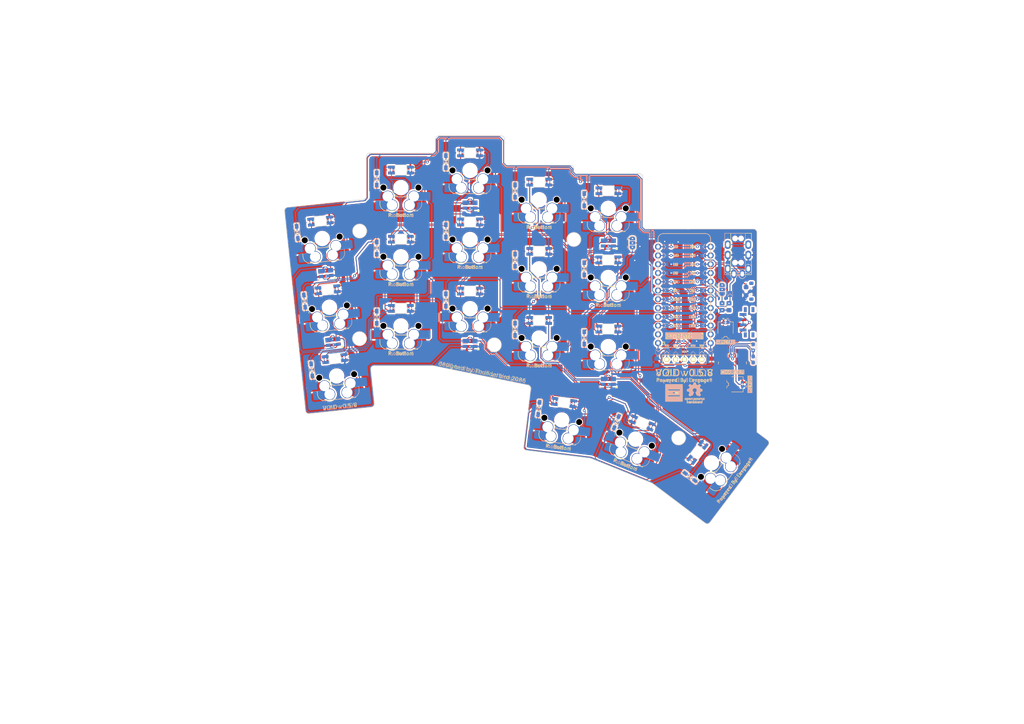
<source format=kicad_pcb>
(kicad_pcb (version 20240108) (generator "pcbnew") (generator_version "8.0")
  (title_block (title "void-3x5-cherry-mx") (date "2024-11-10") (rev "0.5.8") (company "Allen Choi"))
  (layers (0 "F.Cu" signal) (31 "B.Cu" signal) (34 "B.Paste" user) (35 "F.Paste" user) (36 "B.SilkS" user "B.Silkscreen") (37 "F.SilkS" user "F.Silkscreen") (38 "B.Mask" user) (39 "F.Mask" user) (44 "Edge.Cuts" user))
  (net 0 "")
  (net 1 "col_pinky")
  (net 2 "Net-(J2-Pin_4)")
  (net 3 "Net-(J2-Pin_3)")
  (net 4 "Net-(J2-Pin_2)")
  (net 5 "col_ring")
  (net 7 "Net-(J1-Pin_2)")
  (net 9 "col_middle")
  (net 10 "RESET")
  (net 11 "SDA")
  (net 12 "SCL")
  (net 13 "col_index")
  (net 14 "Net-(D1-A)")
  (net 15 "Net-(D2-A)")
  (net 16 "Net-(D3-A)")
  (net 17 "col_inner")
  (net 18 "Net-(D4-A)")
  (net 19 "Net-(D5-A)")
  (net 20 "Net-(D6-A)")
  (net 21 "Net-(D7-A)")
  (net 22 "Net-(D8-A)")
  (net 23 "Net-(D9-A)")
  (net 24 "row_bottom")
  (net 25 "row_home")
  (net 26 "row_top")
  (net 27 "row_thumb")
  (net 28 "VCC")
  (net 29 "GND")
  (net 30 "LED")
  (net 31 "LED_PER_KEY")
  (net 32 "Net-(D10-A)")
  (net 33 "Net-(D11-A)")
  (net 34 "Net-(D12-A)")
  (net 35 "Net-(D13-A)")
  (net 36 "Net-(D14-A)")
  (net 37 "Net-(D15-A)")
  (net 38 "Net-(D16-A)")
  (net 39 "Net-(D17-A)")
  (net 40 "Net-(D18-A)")
  (net 41 "Net-(JP2-C)")
  (net 42 "Net-(JP3-B)")
  (net 43 "LED_UNDERGLOW")
  (net 44 "DATA")
  (net 46 "IS_LEFT")
  (net 48 "CS")
  (net 51 "BAT")
  (net 54 "Net-(L23-DOUT)")
  (net 55 "Net-(L21-DOUT)")
  (net 56 "Net-(L22-DOUT)")
  (net 57 "Net-(L19-DOUT)")
  (net 58 "Net-(L20-DOUT)")
  (net 59 "Net-(L13-DIN)")
  (net 60 "Net-(L13-DOUT)")
  (net 61 "Net-(L14-DOUT)")
  (net 62 "Net-(L1-DOUT)")
  (net 63 "Net-(L1-DIN)")
  (net 64 "Net-(L16-DIN)")
  (net 65 "Net-(L16-DOUT)")
  (net 66 "Net-(L10-DOUT)")
  (net 67 "Net-(L12-DIN)")
  (net 68 "Net-(L11-DIN)")
  (net 69 "Net-(L10-DIN)")
  (net 70 "Net-(L6-DIN)")
  (net 71 "Net-(L8-DOUT)")
  (net 72 "Net-(L7-DOUT)")
  (net 73 "Net-(L2-DOUT)")
  (net 79 "Net-(L4-DIN)")
  (net 80 "Net-(L5-DIN)")
  (footprint "TB2086_KEYSWITCH:SW_MX_HS_1u_reversible" (layer "F.Cu") (at 136.321259 69.455423 180)
    (property "Reference" "S8" (hide yes))
    (property "Value" "SW_MX_HS" (hide yes))
  )
  (footprint "TB2086_SMD:D3_SMD_rev" (layer "F.Cu") (at 109.271259 92.005421 -90)
    (property "Reference" "D4" (hide yes))
    (property "Value" "D" (hide yes))
  )
  (footprint "TB2086_MISC:Molex_Pico-EZmate_78171-0002_1x02-1MP_P1.20mm_Vertical_rev" (layer "F.Cu") (at 210.421259 95.455425)
    (property "Reference" "J1" (hide yes))
    (property "Value" "Conn_01x02")
  )
  (footprint "TB2086_SMD:R_0805_2012Metric_Pad1.20x1.40mm_HandSolder_rev" (layer "F.Cu") (at 209.421259 88.955423 -90)
    (property "Reference" "R3" (hide yes))
    (property "Value" "4.7k")
  )
  (footprint "TB2086_LED:LED_SK6812MINI-E_rev" (layer "F.Cu") (at 116.27126 69.375424)
    (property "Reference" "L5")
    (property "Value" "SK6812MINI-E" (hide yes))
    (fp_line (start -1.7 -1.5) (end 1.7 -1.5) (stroke (width 0.12)) (layer "Edge.Cuts"))
    (fp_line (start -1.7 1.5) (end -1.7 -1.5) (stroke (width 0.12)) (layer "Edge.Cuts"))
    (fp_line (start 1.7 -1.5) (end 1.7 1.5) (stroke (width 0.12)) (layer "Edge.Cuts"))
    (fp_line (start 1.7 1.5) (end -1.7 1.5) (stroke (width 0.12)) (layer "Edge.Cuts"))
  )
  (footprint "TB2086_KEYSWITCH:SW_MX_HS_1u_reversible" (layer "F.Cu") (at 93.44611 69.152414 -174)
    (property "Reference" "S3" (hide yes))
    (property "Value" "SW_MX_HS" (hide yes))
  )
  (footprint "TB2086_SMD:D3_SMD_rev" (layer "F.Cu") (at 149.371259 55.405423 -90)
    (property "Reference" "D12" (hide yes))
    (property "Value" "D" (hide yes))
  )
  (footprint "TB2086_SMD:SW_SPDT_PCM12_reversible" (layer "F.Cu") (at 216.921259 93.455423 90)
    (property "Reference" "SW_SPDT1" (hide yes))
    (property "Value" "SW_SPDT" (hide yes))
  )
  (footprint "TB2086_LED:LED_SK6812MINI-E_rev" (layer "F.Cu") (at 156.37126 92.925424 180)
    (property "Reference" "L10")
    (property "Value" "SK6812MINI-E" (hide yes))
    (fp_line (start 1.7 1.5) (end -1.7 1.5) (stroke (width 0.12)) (layer "Edge.Cuts"))
    (fp_line (start 1.7 -1.5) (end 1.7 1.5) (stroke (width 0.12)) (layer "Edge.Cuts"))
    (fp_line (start -1.7 1.5) (end -1.7 -1.5) (stroke (width 0.12)) (layer "Edge.Cuts"))
    (fp_line (start -1.7 -1.5) (end 1.7 -1.5) (stroke (width 0.12)) (layer "Edge.Cuts"))
  )
  (footprint "TB2086_LED:LED_SK6812MINI-E_rev" (layer "F.Cu") (at 92.915104 64.100243 6)
    (property "Reference" "L3")
    (property "Value" "SK6812MINI-E" (hide yes))
    (fp_line (start -1.7 -1.5) (end 1.7 -1.5) (stroke (width 0.12)) (layer "Edge.Cuts"))
    (fp_line (start -1.7 1.5) (end -1.7 -1.5) (stroke (width 0.12)) (layer "Edge.Cuts"))
    (fp_line (start 1.7 -1.5) (end 1.7 1.5) (stroke (width 0.12)) (layer "Edge.Cuts"))
    (fp_line (start 1.7 1.5) (end -1.7 1.5) (stroke (width 0.12)) (layer "Edge.Cuts"))
  )
  (footprint "TB2086_MISC:ProMicro-dn-rev-unrouted" (layer "F.Cu") (at 198.471259 84.255423)
    (property "Reference" "MCU1" (hide yes))
    (property "Value" "nice!nano-ish" (hide yes))
  )
  (footprint "TB2086_LED:LED_SK6812MINI-E_rev" (layer "F.Cu") (at 116.271259 89.425421)
    (property "Reference" "L4")
    (property "Value" "SK6812MINI-E" (hide yes))
    (fp_line (start -1.7 -1.5) (end 1.7 -1.5) (stroke (width 0.12)) (layer "Edge.Cuts"))
    (fp_line (start -1.7 1.5) (end -1.7 -1.5) (stroke (width 0.12)) (layer "Edge.Cuts"))
    (fp_line (start 1.7 -1.5) (end 1.7 1.5) (stroke (width 0.12)) (layer "Edge.Cuts"))
    (fp_line (start 1.7 1.5) (end -1.7 1.5) (stroke (width 0.12)) (layer "Edge.Cuts"))
  )
  (footprint "TB2086_KEYSWITCH:SW_MX_HS_1u_reversible" (layer "F.Cu") (at 176.421259 60.405423 180)
    (property "Reference" "S15" (hide yes))
    (property "Value" "SW_MX_HS" (hide yes))
  )
  (footprint "TB2086_KEYSWITCH:SW_MX_HS_1u_reversible" (layer "F.Cu") (at 116.271259 54.405423 180)
    (property "Reference" "S6" (hide yes))
    (property "Value" "SW_MX_HS" (hide yes))
  )
  (footprint "TB2086_KEYSWITCH:SW_MX_HS_1u_reversible" (layer "F.Cu") (at 156.37126 77.955423 180)
    (property "Reference" "S11" (hide yes))
    (property "Value" "SW_MX_HS" (hide yes))
  )
  (footprint "ceoloide:utility_ergogen_logo" (layer "F.Cu") (at 195.471259 113.955422)
    (property "Reference" "LOGO1" (hide yes))
    (property "Value" "")
  )
  (footprint "TB2086_SMD:D3_SMD_rev" (layer "F.Cu") (at 88.318931 87.337972 -84)
    (property "Reference" "D2" (hide yes))
    (property "Value" "D" (hide yes))
  )
  (footprint "TB2086_KEYSWITCH:SW_MX_HS_1u_reversible" (layer "F.Cu") (at 184.341244 127.369817 158)
    (property "Reference" "S17" (hide yes))
    (property "Value" "SW_MX_HS" (hide yes))
  )
  (footprint "TB2086_LED:LED_SK6812MINI-E_rev" (layer "F.Cu") (at 97.106696 103.980571 6)
    (property "Reference" "L1")
    (property "Value" "SK6812MINI-E" (hide yes))
    (fp_line (start -1.7 -1.5) (end 1.7 -1.5) (stroke (width 0.12)) (layer "Edge.Cuts"))
    (fp_line (start -1.7 1.5) (end -1.7 -1.5) (stroke (width 0.12)) (layer "Edge.Cuts"))
    (fp_line (start 1.7 -1.5) (end 1.7 1.5) (stroke (width 0.12)) (layer "Edge.Cuts"))
    (fp_line (start 1.7 1.5) (end -1.7 1.5) (stroke (width 0.12)) (layer "Edge.Cuts"))
  )
  (footprint "TB2086_KEYSWITCH:SW_MX_HS_1u_reversible" (layer "F.Cu") (at 136.321259 89.505423 180)
    (property "Reference" "S7" (hide yes))
    (property "Value" "SW_MX_HS" (hide yes))
  )
  (footprint "TB2086_KEYSWITCH:SW_MX_HS_1.5u_reversible" (layer "F.Cu") (at 206.340286 134.232804 -127)
    (property "Reference" "S18" (hide yes))
    (property "Value" "SW_MX_HS" (hide yes))
  )
  (footprint "TB2086_SMD:LED_0603_1608Metric_Pad1.05x0.95mm_HandSolder" (layer "F.Cu") (at 218.421259 100.755424 -90)
    (property "Reference" "LED4" (hide yes))
    (property "Value" "STDBY")
  )
  (footprint "TB2086_LED:LED_SK6812MINI-E_rev" (layer "F.Cu") (at 136.321259 44.325422)
    (property "Reference" "L9")
    (property "Value" "SK6812MINI-E" (hide yes))
    (fp_line (start -1.7 -1.5) (end 1.7 -1.5) (stroke (width 0.12)) (layer "Edge.Cuts"))
    (fp_line (start -1.7 1.5) (end -1.7 -1.5) (stroke (width 0.12)) (layer "Edge.Cuts"))
    (fp_line (start 1.7 -1.5) (end 1.7 1.5) (stroke (width 0.12)) (layer "Edge.Cuts"))
    (fp_line (start 1.7 1.5) (end -1.7 1.5) (stroke (width 0.12)) (layer "Edge.Cuts"))
  )
  (footprint "TB2086_LED:LED_SK6812MINI-E_rev" (layer "F.Cu") (at 136.321259 64.375426)
    (property "Reference" "L8")
    (property "Value" "SK6812MINI-E" (hide yes))
    (fp_line (start -1.7 -1.5) (end 1.7 -1.5) (stroke (width 0.12)) (layer "Edge.Cuts"))
    (fp_line (start -1.7 1.5) (end -1.7 -1.5) (stroke (width 0.12)) (layer "Edge.Cuts"))
    (fp_line (start 1.7 -1.5) (end 1.7 1.5) (stroke (width 0.12)) (layer "Edge.Cuts"))
    (fp_line (start 1.7 1.5) (end -1.7 1.5) (stroke (width 0.12)) (layer "Edge.Cuts"))
  )
  (footprint "TB2086_KEYSWITCH:SW_MX_HS_1u_reversible" (layer "F.Cu") (at 176.421259 100.505423 180)
    (property "Reference" "S13" (hide yes))
    (property "Value" "SW_MX_HS" (hide yes))
  )
  (footprint "TB2086_KEYSWITCH:SW_MX_HS_1u_reversible" (layer "F.Cu") (at 116.271258 94.505423 180)
    (property "Reference" "S4" (hide yes))
    (property "Value" "SW_MX_HS" (hide yes))
  )
  (footprint "TB2086_LED:LED_SK6812MINI-E_rev" (layer "F.Cu") (at 176.421259 55.325423)
    (property "Reference" "L15")
    (property "Value" "SK6812MINI-E" (hide yes))
    (fp_line (start -1.7 -1.5) (end 1.7 -1.5) (stroke (width 0.12)) (layer "Edge.Cuts"))
    (fp_line (start -1.7 1.5) (end -1.7 -1.5) (stroke (width 0.12)) (layer "Edge.Cuts"))
    (fp_line (start 1.7 -1.5) (end 1.7 1.5) (stroke (width 0.12)) (layer "Edge.Cuts"))
    (fp_line (start 1.7 1.5) (end -1.7 1.5) (stroke (width 0.12)) (layer "Edge.Cuts"))
  )
  (footprint "TB2086_SMD:D3_SMD_rev" (layer "F.Cu") (at 86.223135 67.397809 -84)
    (property "Reference" "D3" (hide yes))
    (property "Value" "D" (hide yes))
  )
  (footprint "TB2086_LED:LED_SK6812MINI-E_rev" (layer "F.Cu") (at 116.27126 49.325422)
    (property "Reference" "L6")
    (property "Value" "SK6812MINI-E" (hide yes))
    (fp_line (start -1.7 -1.5) (end 1.7 -1.5) (stroke (width 0.12)) (layer "Edge.Cuts"))
    (fp_line (start -1.7 1.5) (end -1.7 -1.5) (stroke (width 0.12)) (layer "Edge.Cuts"))
    (fp_line (start 1.7 -1.5) (end 1.7 1.5) (stroke (width 0.12)) (layer "Edge.Cuts"))
    (fp_line (start 1.7 1.5) (end -1.7 1.5) (stroke (width 0.12)) (layer "Edge.Cuts"))
  )
  (footprint "TB2086_LED:LED_SK6812MINI-E_rev" (layer "F.Cu") (at 176.421259 95.425423)
    (property "Reference" "L13")
    (property "Value" "SK6812MINI-E" (hide yes))
    (fp_line (start -1.7 -1.5) (end 1.7 -1.5) (stroke (width 0.12)) (layer "Edge.Cuts"))
    (fp_line (start -1.7 1.5) (end -1.7 -1.5) (stroke (width 0.12)) (layer "Edge.Cuts"))
    (fp_line (start 1.7 -1.5) (end 1.7 1.5) (stroke (width 0.12)) (layer "Edge.Cuts"))
    (fp_line (start 1.7 1.5) (end -1.7 1.5) (stroke (width 0.12)) (layer "Edge.Cuts"))
  )
  (footprint "TB2086_LED:LED_SK6812MINI-E_rev" (layer "F.Cu") (at 202.283217 131.175584 53)
    (property "Reference" "L18")
    (property "Value" "SK6812MINI-E" (hide yes))
    (fp_line (start -1.7 -1.5) (end 1.7 -1.5) (stroke (width 0.12)) (layer "Edge.Cuts"))
    (fp_line (start 1.7 -1.5) (end 1.7 1.5) (stroke (width 0.12)) (layer "Edge.Cuts"))
    (fp_line (start -1.7 1.5) (end -1.7 -1.5) (stroke (width 0.12)) (layer "Edge.Cuts"))
    (fp_line (start 1.7 1.5) (end -1.7 1.5) (stroke (width 0.12)) (layer "Edge.Cuts"))
  )
  (footprint "TB2086_LED:LED_SK6812MINI-E_rev" (layer "F.Cu") (at 136.321259 84.425423)
    (property "Reference" "L7")
    (property "Value" "SK6812MINI-E" (hide yes))
    (fp_line (start -1.7 -1.5) (end 1.7 -1.5) (stroke (width 0.12)) (layer "Edge.Cuts"))
    (fp_line (start -1.7 1.5) (end -1.7 -1.5) (stroke (width 0.12)) (layer "Edge.Cuts"))
    (fp_line (start 1.7 -1.5) (end 1.7 1.5) (stroke (width 0.12)) (layer "Edge.Cuts"))
    (fp_line (start 1.7 1.5) (end -1.7 1.5) (stroke (width 0.12)) (layer "Edge.Cuts"))
  )
  (footprint "TB2086_SMD:D3_SMD_rev" (layer "F.Cu") (at 156.279462 118.449803 -97)
    (property "Reference" "D16" (hide yes))
    (property "Value" "D" (hide yes))
  )
  (footprint "TB2086_LED:LED_SK6812MINI-E_rev" (layer "F.Cu") (at 163.541709 116.742119 -7)
    (property "Reference" "L16")
    (property "Value" "SK6812MINI-E" (hide yes))
    (fp_line (start -1.7 1.5) (end -1.7 -1.5) (stroke (width 0.12)) (layer "Edge.Cuts"))
    (fp_line (start -1.7 -1.5) (end 1.7 -1.5) (stroke (width 0.12)) (layer "Edge.Cuts"))
    (fp_line (start 1.7 1.5) (end -1.7 1.5) (stroke (width 0.12)) (layer "Edge.Cuts"))
    (fp_line (start 1.7 -1.5) (end 1.7 1.5) (stroke (width 0.12)) (layer "Edge.Cuts"))
  )
  (footprint "R_0805_2012Metric_Pad1.20x1.40mm_HandSolder" (layer "F.Cu") (at 190.421259 105.005422 -90)
    (property "Reference" "R1" (hide yes))
    (property "Value" "10k")
  )
  (footprint "TB2086_LED:LED_SK6812MINI-E_rev" (layer "F.Cu") (at 156.371259 72.875422)
    (property "Reference" "L11")
    (property "Value" "SK6812MINI-E" (hide yes))
    (fp_line (start -1.7 -1.5) (end 1.7 -1.5) (stroke (width 0.12)) (layer "Edge.Cuts"))
    (fp_line (start -1.7 1.5) (end -1.7 -1.5) (stroke (width 0.12)) (layer "Edge.Cuts"))
    (fp_line (start 1.7 -1.5) (end 1.7 1.5) (stroke (width 0.12)) (layer "Edge.Cuts"))
    (fp_line (start 1.7 1.5) (end -1.7 1.5) (stroke (width 0.12)) (layer "Edge.Cuts"))
  )
  (footprint "TB2086_MISC:SolderJumper-3_P1.3mm_Open_RoundedPad1.0x1.5mm_rev" (layer "F.Cu") (at 183.421259 70.455423 -90)
    (property "Reference" "JP1" (hide yes))
    (property "Value" "Jumper_3_Bridged12")
  )
  (footprint "TB2086_SMD:D3_SMD_rev" (layer "F.Cu") (at 109.27126 71.955423 -90)
    (property "Reference" "D5" (hide yes))
    (property "Value" "D" (hide yes))
  )
  (footprint "TB2086_SMD:D3_SMD_rev" (layer "F.Cu") (at 169.421259 77.955423 -90)
    (property "Reference" "D14" (hide yes))
    (property "Value" "D" (hide yes))
  )
  (footprint "TB2086_SMD:D3_SMD_rev" (layer "F.Cu") (at 178.787473 122.429611 -112)
    (property "Reference" "D17" (hide yes))
    (property "Value" "D" (hide yes))
  )
  (footprint "TB2086_SMD:D3_SMD_rev" (layer "F.Cu") (at 129.321259 66.955423 -90)
    (property "Reference" "D8" (hide yes))
    (property "Value" "D" (hide yes))
  )
  (footprint "TB2086_KEYSWITCH:SW_MX_HS_1u_reversible" (layer "F.Cu") (at 97.637701 109.032742 -174)
    (property "Reference" "S1" (hide yes))
    (property "Value" "SW_MX_HS" (hide yes))
  )
  (footprint "TB2086_SMD:LED_0603_1608Metric_Pad1.05x0.95mm_HandSolder" (layer "F.Cu") (at 218.421259 104.255423 -90)
    (property "Reference" "LED3" (hide yes))
    (property "Value" "STDBY")
  )
  (footprint "TB2086_LED:LED_SK6812MINI-E_rev" (layer "F.Cu") (at 156.371259 52.825423)
    (property "Reference" "L12")
    (property "Value" "SK6812MINI-E" (hide yes))
    (fp_line (start -1.7 -1.5) (end 1.7 -1.5) (stroke (width 0.12)) (layer "Edge.Cuts"))
    (fp_line (start -1.7 1.5) (end -1.7 -1.5) (stroke (width 0.12)) (layer "Edge.Cuts"))
    (fp_line (start 1.7 -1.5) (end 1.7 1.5) (stroke (width 0.12)) (layer "Edge.Cuts"))
    (fp_line (start 1.7 1.5) (end -1.7 1.5) (stroke (width 0.12)) (layer "Edge.Cuts"))
  )
  (footprint "TB2086_SMD:R_0805_2012Metric_Pad1.20x1.40mm_HandSolder_rev" (layer "F.Cu") (at 211.421258 88.955422 -90)
    (property "Reference" "R4" (hide yes))
    (property "Value" "4.7k")
  )
  (footprint "TB2086_LED:LED_SK6812MINI-E_rev" (layer "F.Cu") (at 176.421259 75.375423)
    (property "Reference" "L14")
    (property "Value" "SK6812MINI-E" (hide yes))
    (fp_line (start -1.7 -1.5) (end 1.7 -1.5) (stroke (width 0.12)) (layer "Edge.Cuts"))
    (fp_line (start -1.7 1.5) (end -1.7 -1.5) (stroke (width 0.12)) (layer "Edge.Cuts"))
    (fp_line (start 1.7 -1.5) (end 1.7 1.5) (stroke (width 0.12)) (layer "Edge.Cuts"))
    (fp_line (start 1.7 1.5) (end -1.7 1.5) (stroke (width 0.12)) (layer "Edge.Cuts"))
  )
  (footprint "TB2086_MISC:Nice!View_rev" (layer "F.Cu") (at 198.471259 84.255423)
    (property "Reference" "DISP1" (hide yes))
    (property "Value" "Nice!View" (hide yes))
  )
  (footprint "TB2086_SMD:D3_SMD_rev" (layer "F.Cu") (at 109.271259 51.905423 -90)
    (property "Reference" "D6" (hide yes))
    (property "Value" "D" (hide yes))
  )
  (footprint "TB2086_MISC:TRRS-PJ-320A-rev" (layer "F.Cu") (at 214.921256 67.655423)
    (property "Reference" "TRRS1" (hide yes))
    (property "Value" "MJ-4PP-9" (hide yes))
  )
  (footprint "TB2086_KEYSWITCH:SW_MX_HS_1u_reversible" (layer "F.Cu") (at 176.421259 80.455422 180)
    (property "Reference" "S14" (hide yes))
    (property "Value" "SW_MX_HS" (hide yes))
  )
  (footprint "undefined" (layer "F.Cu") (at 201.471259 113.955423)
    (property "Reference" "LOGO2" (hide yes))
    (property "Value" "undefined" (hide yes))
  )
  (footprint "TB2086_KEYSWITCH:SW_MX_HS_1u_reversible" (layer "F.Cu") (at 95.541905 89.092579 -174)
    (property "Reference" "S2" (hide yes))
    (property "Value" "SW_MX_HS" (hide yes))
  )
  (footprint "TB2086_SMD:D3_SMD_rev" (layer "F.Cu") (at 169.421256 57.905422 -90)
    (property "Reference" "D15" (hide yes))
    (property "Value" "D" (hide yes))
  )
  (footprint "TB2086_KEYSWITCH:SW_MX_HS_1u_reversible" (layer "F.Cu") (at 162.922613 121.784254 173)
    (property "Reference" "S16" (hide yes))
    (property "Value" "SW_MX_HS" (hide yes))
  )
  (footprint "TB2086_KEYSWITCH:SW_MX_HS_1u_reversible" (layer "F.Cu") (at 136.321259 49.405423 180)
    (property "Reference" "S9" (hide yes))
    (property "Value" "SW_MX_HS" (hide yes))
  )
  (footprint "TB2086_SMD:D3_SMD_rev" (layer "F.Cu") (at 129.321259 87.005423 -90)
    (property "Reference" "D7" (hide yes))
    (property "Value" "D" (hide yes))
  )
  (footprint "TB2086_KEYSWITCH:SW_MX_HS_1u_reversible" (layer "F.Cu") (at 156.371258 57.905423 180)
    (property "Reference" "S12" (hide yes))
    (property "Value" "SW_MX_HS" (hide yes))
  )
  (footprint "TB2086_SMD:D3_SMD_rev" (layer "F.Cu") (at 149.371259 95.505423 -90)
    (property "Reference" "D10" (hide yes))
    (property "Value" "D" (hide yes))
  )
  (footprint "R_0805_2012Metric_Pad1.20x1.40mm_HandSolder" (layer "F.Cu") (at 206.421259 105.005423 -90)
    (property "Reference" "R2" (hide yes))
    (property "Value" "10k")
  )
  (footprint "TB2086_SMD:D3_SMD_rev" (layer "F.Cu") (at 169.421259 98.005422 -90)
    (property "Reference" "D13" (hide yes))
    (property "Value" "D" (hide yes))
  )
  (footprint "TB2086_SMD:D3_SMD_rev" (layer "F.Cu") (at 200.130992 138.318715 -37)
    (property "Reference" "D18" (hide yes))
    (property "Value" "D" (hide yes))
  )
  (footprint "TB2086_KEYSWITCH:SW_MX_HS_1u_reversible" (layer "F.Cu") (at 156.371259 98.005423 180)
    (property "Reference" "S10" (hide yes))
    (property "Value" "SW_MX_HS" (hide yes))
  )
  (footprint "TB2086_SMD:D3_SMD_rev" (layer "F.Cu") (at 129.321259 46.905423 -90)
    (property "Reference" "D9" (hide yes))
    (property "Value" "D" (hide yes))
  )
  (footprint "TB2086_SMD:LED_0603_1608Metric_Pad1.05x0.95mm_HandSolder" (layer "F.Cu") (at 218.421259 104.255423 90)
    (property "Reference" "LED1" (hide yes))
    (property "Value" "CHRG")
  )
  (footprint "TB2086_MISC:SolderJumper-3_P1.3mm_Open_RoundedPad1.0x1.5mm_rev" (layer "F.Cu") (at 209.42126 83.955423 -90)
    (property "Reference" "JP2" (hide yes))
    (property "Value" "Jumper_3_Bridged12")
  )
  (footprint "TB2086_SMD:LED_0603_1608Metric_Pad1.05x0.95mm_HandSolder" (layer "F.Cu") (at 218.421259 100.755424 90)
    (property "Reference" "LED2" (hide yes))
    (property "Value" "CHRG")
  )
  (footprint "TB2086_LED:LED_SK6812MINI-E_rev" (layer "F.Cu") (at 186.244245 122.659723 158)
    (property "Reference" "L17")
    (property "Value" "SK6812MINI-E" (hide yes))
    (fp_line (start 1.699999 -1.5) (end 1.7 1.5) (stroke (width 0.12)) (layer "Edge.Cuts"))
    (fp_line (start 1.7 1.5) (end -1.699999 1.5) (stroke (width 0.12)) (layer "Edge.Cuts"))
    (fp_line (start -1.7 -1.5) (end 1.699999 -1.5) (stroke (width 0.12)) (layer "Edge.Cuts"))
    (fp_line (start -1.699999 1.5) (end -1.7 -1.5) (stroke (width 0.12)) (layer "Edge.Cuts"))
  )
  (footprint "TB2086_SMD:SMT 2X4X3.5MM Tactile Tact Push Button rev" (layer "F.Cu") (at 217.92126 84.455424 -90)
    (property "Reference" "RSW1" (hide yes))
    (property "Value" "SMT 2X4X3.5MM Tactile Tact Push Button")
    (fp_circle (center -0.800001 0) (end -0.45 0) (stroke (width 0.12)) (fill none) (layer "Edge.Cuts"))
    (fp_circle (center 0.85 0) (end 1.2 0) (stroke (width 0.12)) (fill none) (layer "Edge.Cuts"))
  )
  (footprint "TB2086_MISC:SolderJumper-2_P1.3mm_Open_TrianglePad1.0x1.2mm_rev" (layer "F.Cu") (at 211.721259 85.255423 -90)
    (property "Reference" "JP3" (hide yes))
    (property "Value" "~")
  )
  (footprint "TB2086_SMD:D3_SMD_rev" (layer "F.Cu") (at 90.414727 107.278136 -84)
    (property "Reference" "D1" (hide yes))
    (property "Value" "D" (hide yes))
  )
  (footprint "TB2086_KEYSWITCH:SW_MX_HS_1u_reversible" (layer "F.Cu") (at 116.271259 74.455423 180)
    (property "Reference" "S5" (hide yes))
    (property "Value" "SW_MX_HS" (hide yes))
  )
  (footprint "TB2086_LED:LED_SK6812MINI-E_rev" (layer "F.Cu") (at 95.010901 84.040407 6)
    (property "Reference" "L2")
    (property "Value" "SK6812MINI-E" (hide yes))
    (fp_line (start -1.7 -1.5) (end 1.7 -1.5) (stroke (width 0.12)) (layer "Edge.Cuts"))
    (fp_line (start -1.7 1.5) (end -1.7 -1.5) (stroke (width 0.12)) (layer "Edge.Cuts"))
    (fp_line (start 1.7 -1.5) (end 1.7 1.5) (stroke (width 0.12)) (layer "Edge.Cuts"))
    (fp_line (start 1.7 1.5) (end -1.7 1.5) (stroke (width 0.12)) (layer "Edge.Cuts"))
  )
  (footprint "TB2086_SMD:D3_SMD_rev" (layer "F.Cu") (at 149.371259 75.455423 -90)
    (property "Reference" "D11" (hide yes))
    (property "Value" "D" (hide yes))
  )
  (footprint "TB2086_MISC:TE_0-1734839-5_1x05-1MP_P0.5mm_Horizontal-rev" (layer "B.Cu") (at 212.421259 102.955423 180)
    (property "Reference" "J2" (hide yes))
    (property "Value" "Conn_01x03_MountingPin")
  )
  (footprint "LED_SK6812MINI_PLCC4_3.5x3.5mm_P1.75mm_rev_all" (layer "B.Cu") (at 136.321259 59.485423 180)
    (property "Reference" "L20" (hide yes))
    (property "Value" "SK6812MINI")
  )
  (footprint "LED_SK6812MINI_PLCC4_3.5x3.5mm_P1.75mm_rev_all" (layer "B.Cu") (at 136.321259 99.585423 180)
    (property "Reference" "L23" (hide yes))
    (property "Value" "SK6812MINI")
  )
  (footprint "LED_SK6812MINI_PLCC4_3.5x3.5mm_P1.75mm_rev_all" (layer "B.Cu") (at 94.499756 79.177195 -174)
    (property "Reference" "L21" (hide yes))
    (property "Value" "SK6812MINI")
  )
  (footprint "LED_SK6812MINI_PLCC4_3.5x3.5mm_P1.75mm_rev_all" (layer "B.Cu") (at 176.42126 110.585423 180)
    (property "Reference" "L24" (hide yes))
    (property "Value" "SK6812MINI")
  )
  (footprint "LED_SK6812MINI_PLCC4_3.5x3.5mm_P1.75mm_rev_all" (layer "B.Cu") (at 96.595551 99.117359 -174)
    (property "Reference" "L22" (hide yes))
    (property "Value" "SK6812MINI")
  )
  (footprint "TB2086_MISC:Molex_Pico-EZmate_78171-0002_1x02-1MP_P1.20mm_Vertical_rev" (layer "B.Cu") (at 213.421259 111.455423 90)
    (property "Reference" "J3" (hide yes))
    (property "Value" "Conn_01x02")
  )
  (footprint "LED_SK6812MINI_PLCC4_3.5x3.5mm_P1.75mm_rev_all" (layer "B.Cu") (at 176.421259 70.485423 180)
    (property "Reference" "L19" (hide yes))
    (property "Value" "SK6812MINI")
  )
  (gr_arc (start 152.743144 130.634658) (mid 152.076989 130.257777) (end 151.872467 129.520242) (stroke (width 0.15)) (layer "Edge.Cuts"))
  (gr_arc (start 106.24626 45.380424) (mid 106.539149 44.673323) (end 107.246261 44.380422) (stroke (width 0.15)) (layer "Edge.Cuts"))
  (gr_line (start 222.597765 127.654703) (end 219.528759 125.342041) (stroke (width 0.15)) (layer "Edge.Cuts"))
  (gr_arc (start 167.396259 50.380423) (mid 166.68917 50.087516) (end 166.39626 49.380421) (stroke (width 0.15)) (layer "Edge.Cuts"))
  (gr_arc (start 82.532658 61.224752) (mid 82.750028 60.49091) (end 83.422652 60.125701) (stroke (width 0.15)) (layer "Edge.Cuts"))
  (gr_line (start 105.350788 57.820961) (end 102.368297 58.134434) (stroke (width 0.15)) (layer "Edge.Cuts"))
  (gr_line (start 108.551152 116.960404) (end 107.518456 107.134951) (stroke (width 0.15)) (layer "Edge.Cuts"))
  (gr_arc (start 153.138461 111.650826) (mid 153.750391 112.046601) (end 153.931281 112.752547) (stroke (width 0.15)) (layer "Edge.Cuts"))
  (gr_line (start 86.61972 100.110558) (end 88.610988 119.0562) (stroke (width 0.15)) (layer "Edge.Cuts"))
  (gr_line (start 205.898629 151.476845) (end 222.794585 129.055153) (stroke (width 0.15)) (layer "Edge.Cuts"))
  (gr_line (start 102.368297 58.134434) (end 83.422652 60.125701) (stroke (width 0.15)) (layer "Edge.Cuts"))
  (gr_arc (start 107.518456 107.134951) (mid 107.769828 106.361301) (end 108.512982 106.030423) (stroke (width 0.15)) (layer "Edge.Cuts"))
  (gr_line (start 165.396259 47.880423) (end 147.346259 47.880423) (stroke (width 0.15)) (layer "Edge.Cuts"))
  (gr_arc (start 171.169437 132.897122) (mid 171.297948 132.92152) (end 171.422174 132.962488) (stroke (width 0.15)) (layer "Edge.Cuts"))
  (gr_line (start 151.872467 129.520242) (end 153.931281 112.752547) (stroke (width 0.15)) (layer "Edge.Cuts"))
  (gr_arc (start 222.597765 127.654703) (mid 222.986172 128.314159) (end 222.794585 129.055153) (stroke (width 0.15)) (layer "Edge.Cuts"))
  (gr_arc (start 218.52876 66.420422) (mid 219.235885 66.713303) (end 219.528759 67.420423) (stroke (width 0.15)) (layer "Edge.Cuts"))
  (gr_arc (start 126.296259 40.380423) (mid 126.589148 39.673322) (end 127.296259 39.380423) (stroke (width 0.15)) (layer "Edge.Cuts"))
  (gr_arc (start 125.480691 106.013268) (mid 125.388873 106.026121) (end 125.296259 106.030423) (stroke (width 0.15)) (layer "Edge.Cuts"))
  (gr_arc (start 185.446259 50.380423) (mid 186.153384 50.673303) (end 186.446259 51.380423) (stroke (width 0.15)) (layer "Edge.Cuts"))
  (gr_line (start 167.396259 50.380423) (end 185.446259 50.380423) (stroke (width 0.15)) (layer "Edge.Cuts"))
  (gr_circle (center 104.306185 67.005466) (end 106.356185 67.005464) (stroke (width 0.15)) (fill none) (layer "Edge.Cuts"))
  (gr_line (start 126.296259 40.380423) (end 126.296258 43.380424) (stroke (width 0.15)) (layer "Edge.Cuts"))
  (gr_line (start 125.480691 106.013268) (end 153.138461 111.650826) (stroke (width 0.15)) (layer "Edge.Cuts"))
  (gr_line (start 218.52876 66.420422) (end 187.446259 66.420423) (stroke (width 0.15)) (layer "Edge.Cuts"))
  (gr_line (start 219.528759 125.342041) (end 219.528759 67.420423) (stroke (width 0.15)) (layer "Edge.Cuts"))
  (gr_arc (start 187.446259 66.420423) (mid 186.739171 66.127517) (end 186.446259 65.420423) (stroke (width 0.15)) (layer "Edge.Cuts"))
  (gr_line (start 82.532658 61.224752) (end 84.523925 80.170394) (stroke (width 0.15)) (layer "Edge.Cuts"))
  (gr_circle (center 196.811988 127.015651) (end 198.861988 127.015647) (stroke (width 0.15)) (fill none) (layer "Edge.Cuts"))
  (gr_arc (start 147.346259 47.880423) (mid 146.639171 47.587517) (end 146.346262 46.880424) (stroke (width 0.15)) (layer "Edge.Cuts"))
  (gr_line (start 146.346262 46.880424) (end 146.346259 40.380423) (stroke (width 0.15)) (layer "Edge.Cuts"))
  (gr_arc (start 106.246259 56.826439) (mid 105.989386 57.495534) (end 105.350788 57.820961) (stroke (width 0.15)) (layer "Edge.Cuts"))
  (gr_circle (center 166.421259 69.455423) (end 168.471259 69.455423) (stroke (width 0.15)) (fill none) (layer "Edge.Cuts"))
  (gr_arc (start 89.710039 119.946192) (mid 88.976192 119.728819) (end 88.610988 119.0562) (stroke (width 0.15)) (layer "Edge.Cuts"))
  (gr_line (start 189.301438 140.186176) (end 189.284171 140.20909) (stroke (width 0.15)) (layer "Edge.Cuts"))
  (gr_line (start 171.422174 132.962488) (end 189.301438 140.186176) (stroke (width 0.15)) (layer "Edge.Cuts"))
  (gr_line (start 106.24626 45.380424) (end 106.246259 56.826439) (stroke (width 0.15)) (layer "Edge.Cuts"))
  (gr_arc (start 126.296258 43.380424) (mid 126.00336 44.087535) (end 125.296259 44.380423) (stroke (width 0.15)) (layer "Edge.Cuts"))
  (gr_line (start 84.523925 80.170394) (end 86.61972 100.110558) (stroke (width 0.15)) (layer "Edge.Cuts"))
  (gr_line (start 89.710039 119.946192) (end 107.661159 118.059454) (stroke (width 0.15)) (layer "Edge.Cuts"))
  (gr_arc (start 108.551152 116.960404) (mid 108.333801 117.694276) (end 107.661159 118.059454) (stroke (width 0.15)) (layer "Edge.Cuts"))
  (gr_arc (start 205.898629 151.476845) (mid 205.239168 151.865282) (end 204.498179 151.673666) (stroke (width 0.15)) (layer "Edge.Cuts"))
  (gr_arc (start 145.346259 39.380423) (mid 146.053384 39.673303) (end 146.346259 40.380423) (stroke (width 0.15)) (layer "Edge.Cuts"))
  (gr_arc (start 165.396259 47.880423) (mid 166.103384 48.173303) (end 166.39626 48.880423) (stroke (width 0.15)) (layer "Edge.Cuts"))
  (gr_line (start 145.346259 39.380423) (end 127.296259 39.380423) (stroke (width 0.15)) (layer "Edge.Cuts"))
  (gr_line (start 186.446259 65.420423) (end 186.446259 51.380423) (stroke (width 0.15)) (layer "Edge.Cuts"))
  (gr_line (start 189.284171 140.20909) (end 204.498179 151.673666) (stroke (width 0.15)) (layer "Edge.Cuts"))
  (gr_circle (center 143.371259 100.005423) (end 145.421258 100.005423) (stroke (width 0.15)) (fill none) (layer "Edge.Cuts"))
  (gr_line (start 166.39626 49.380421) (end 166.39626 48.880423) (stroke (width 0.15)) (layer "Edge.Cuts"))
  (gr_line (start 125.296259 44.380423) (end 107.246261 44.380422) (stroke (width 0.15)) (layer "Edge.Cuts"))
  (gr_circle (center 104.271259 98.205424) (end 106.32126 98.205423) (stroke (width 0.15)) (fill none) (layer "Edge.Cuts"))
  (gr_line (start 152.743144 130.634658) (end 171.169437 132.897122) (stroke (width 0.15)) (layer "Edge.Cuts"))
  (gr_line (start 108.512982 106.030423) (end 125.296259 106.030423) (stroke (width 0.15)) (layer "Edge.Cuts"))
  (gr_text "VOID v0.5.8" (at 98.578452 117.983439 6) (layer "B.SilkS") (effects (font (size 1.2 1.2)) (justify mirror)))
  (gr_text "VOID v0.5.8" (at 198.471259 108.255422 0) (layer "B.SilkS") (effects (font (size 2 2)) (justify mirror)))
  (gr_text "L. Bottom" (at 198.471259 97.455423 0) (layer "B.SilkS" knockout) (effects (font (size 1.5 1.5)) (justify mirror)))
  (gr_text "L. Bottom" (at 136.32126 77.455422 0) (layer "B.SilkS") (effects (font (size 1 1)) (justify mirror)))
  (gr_text "L. Bottom" (at 161.947658 129.724623 -7) (layer "B.SilkS") (effects (font (size 1 1)) (justify mirror)))
  (gr_text "L. Bottom" (at 116.271259 82.455423 0) (layer "B.SilkS") (effects (font (size 1 1)) (justify mirror)))
  (gr_text "Powered By Eergogen" (at 213.128688 139.348232 53) (layer "B.SilkS") (effects (font (size 1 1)) (justify mirror)))
  (gr_text "-MCU+" (at 210.421259 99.255423 0) (layer "B.SilkS" knockout) (effects (font (size 1 1)) (justify mirror)))
  (gr_text "L. Bottom" (at 181.344391 134.787288 -22) (layer "B.SilkS") (effects (font (size 1 1)) (justify mirror)))
  (gr_text "-BAT+" (at 217.421259 111.455423 -90) (layer "B.SilkS" knockout) (effects (font (size 1 1)) (justify mirror)))
  (gr_text "L. Bottom" (at 156.371259 106.005423 0) (layer "B.SilkS") (effects (font (size 1 1)) (justify mirror)))
  (gr_text "L. Bottom" (at 116.271259 102.505423 0) (layer "B.SilkS") (effects (font (size 1 1)) (justify mirror)))
  (gr_text "CHARGER" (at 212.421259 107.955423 0) (layer "B.SilkS" knockout) (effects (font (size 1 1)) (justify mirror)))
  (gr_text "L. Bottom" (at 176.421259 88.455423 0) (layer "B.SilkS") (effects (font (size 1 1)) (justify mirror)))
  (gr_text "L. Bottom" (at 116.271259 62.405423 0) (layer "B.SilkS") (effects (font (size 1 1)) (justify mirror)))
  (gr_text "L. Bottom" (at 156.371259 65.905423 0) (layer "B.SilkS") (effects (font (size 1 1)) (justify mirror)))
  (gr_text "L. Bottom" (at 156.371259 85.955423 0) (layer "B.SilkS") (effects (font (size 1 1)) (justify mirror)))
  (gr_text "Powered By Eergogen" (at 198.471259 110.255423 0) (layer "B.SilkS") (effects (font (size 1 1)) (justify mirror)))
  (gr_text "designed by Thunderbird 2086" (at 139.821259 108.005423 -11.5) (layer "B.SilkS") (effects (font (size 1.2 1.2)) (justify mirror)))
  (gr_text "VOID v0.5.8" (at 98.578452 117.983439 6) (layer "F.SilkS") (effects (font (size 1.2 1.2))))
  (gr_text "CHARGER" (at 212.421259 107.955423 0) (layer "F.SilkS" knockout) (effects (font (size 1 1))))
  (gr_text "R. Bottom" (at 198.471259 97.455423 0) (layer "F.SilkS" knockout) (effects (font (size 1.5 1.5))))
  (gr_text "R. Bottom" (at 156.371259 106.005423 0) (layer "F.SilkS") (effects (font (size 1 1))))
  (gr_text "-MCU+" (at 210.421259 99.255423 0) (layer "F.SilkS" knockout) (effects (font (size 1 1))))
  (gr_text "R. Bottom" (at 116.271259 102.505423 0) (layer "F.SilkS") (effects (font (size 1 1))))
  (gr_text "R. Bottom" (at 156.371259 65.905423 0) (layer "F.SilkS") (effects (font (size 1 1))))
  (gr_text "R. Bottom" (at 161.947658 129.724623 -7) (layer "F.SilkS") (effects (font (size 1 1))))
  (gr_text "R. Bottom" (at 181.344391 134.787288 -22) (layer "F.SilkS") (effects (font (size 1 1))))
  (gr_text "R. Bottom" (at 116.271259 62.405423 0) (layer "F.SilkS") (effects (font (size 1 1))))
  (gr_text "Powered By Eergogen" (at 198.471259 110.255423 0) (layer "F.SilkS") (effects (font (size 1 1))))
  (gr_text "Powered By Eergogen" (at 213.128688 139.348232 53) (layer "F.SilkS") (effects (font (size 1 1))))
  (gr_text "R. Bottom" (at 136.32126 77.455422 0) (layer "F.SilkS") (effects (font (size 1 1))))
  (gr_text "R. Bottom" (at 156.371259 85.955423 0) (layer "F.SilkS") (effects (font (size 1 1))))
  (gr_text "R. Bottom" (at 176.421259 88.455423 0) (layer "F.SilkS") (effects (font (size 1 1))))
  (gr_text "-BAT+" (at 217.421259 111.455423 -90) (layer "F.SilkS" knockout) (effects (font (size 1 1))))
  (gr_text "R. Bottom" (at 116.271259 82.455423 0) (layer "F.SilkS") (effects (font (size 1 1))))
  (gr_text "designed by Thunderbird 2086" (at 139.821259 108.005423 -11.5) (layer "F.SilkS") (effects (font (size 1.2 1.2))))
  (gr_text "VOID v0.5.8" (at 198.471259 108.255422 0) (layer "F.SilkS") (effects (font (size 2 2))))
  (segment (start 200.4034 67.989111) (end 199.041732 66.627445) (width 0.25) (layer "F.Cu") (net 1))
  (segment (start 144.8784 39.598301) (end 127.37101 39.5983) (width 0.25) (layer "F.Cu") (net 1))
  (segment (start 199.041732 66.627445) (end 186.952587 66.627444) (width 0.25) (layer "F.Cu") (net 1))
  (segment (start 106.448185 45.853515) (end 106.448185 57.528512) (width 0.25) (layer "F.Cu") (net 1))
  (segment (start 186.1534 51.889112) (end 184.887588 50.6233) (width 0.25) (layer "F.Cu") (net 1))
  (segment (start 200.4034 82.367563) (end 200.4034 67.989111) (width 0.25) (layer "F.Cu") (net 1))
  (segment (start 101.332932 93.564942) (end 102.105585 100.916251) (width 0.25) (layer "F.Cu") (net 1))
  (segment (start 166.1534 48.9983) (end 165.3534 48.1983) (width 0.25) (layer "F.Cu") (net 1))
  (segment (start 184.887588 50.6233) (end 166.938442 50.6233) (width 0.25) (layer "F.Cu") (net 1))
  (segment (start 203.297258 84.255423) (end 202.291259 84.255423) (width 0.25) (layer "F.Cu") (net 1))
  (segment (start 103.449932 102.004883) (end 104.517356 112.160758) (width 0.25) (layer "F.Cu") (net 1))
  (segment (start 186.952587 66.627444) (end 186.1534 65.828257) (width 0.25) (layer "F.Cu") (net 1))
  (segment (start 99.645373 60.049541) (end 100.861372 71.619009) (width 0.25) (layer "F.Cu") (net 1))
  (segment (start 146.0034 47.238255) (end 146.0034 40.7233) (width 0.25) (layer "F.Cu") (net 1))
  (segment (start 106.448185 57.528512) (end 105.917631 58.183688) (width 0.25) (layer "F.Cu") (net 1))
  (segment (start 104.517356 112.160758) (end 103.404864 113.534571) (width 0.25) (layer "F.Cu") (net 1))
  (segment (start 102.105585 100.916251) (end 103.449932 102.004883) (width 0.25) (layer "F.Cu") (net 1))
  (segment (start 166.938442 50.6233) (end 166.153402 49.838258) (width 0.25) (layer "F.Cu") (net 1))
  (segment (start 165.3534 48.1983) (end 146.963446 48.198301) (width 0.25) (layer "F.Cu") (net 1))
  (segment (start 105.917631 58.183688) (end 100.713365 58.730682) (width 0.25) (layer "F.Cu") (net 1))
  (segment (start 107.603401 44.6983) (end 106.448185 45.853515) (width 0.25) (layer "F.Cu") (net 1))
  (segment (start 100.861372 71.619009) (end 98.795784 74.169798) (width 0.25) (layer "F.Cu") (net 1))
  (segment (start 100.713365 58.730682) (end 99.645373 60.049541) (width 0.25) (layer "F.Cu") (net 1))
  (segment (start 146.963446 48.198301) (end 146.0034 47.238255) (width 0.25) (layer "F.Cu") (net 1))
  (segment (start 127.37101 39.5983) (end 126.496259 40.47305) (width 0.25) (layer "F.Cu") (net 1))
  (segment (start 102.58046 85.104998) (end 103.224167 91.229459) (width 0.25) (layer "F.Cu") (net 1))
  (segment (start 126.496259 40.47305) (end 126.496259 43.881324) (width 0.25) (layer "F.Cu") (net 1))
  (segment (start 186.1534 65.828257) (end 186.1534 51.889112) (width 0.25) (layer "F.Cu") (net 1))
  (segment (start 100.165095 75.278643) (end 101.069266 83.881257) (width 0.25) (layer "F.Cu") (net 1))
  (segment (start 125.679284 44.6983) (end 107.603401 44.6983) (width 0.25) (layer "F.Cu") (net 1))
  (segment (start 101.069266 83.881257) (end 102.58046 85.104998) (width 0.25) (layer "F.Cu") (net 1))
  (segment (start 166.153402 49.838258) (end 166.1534 48.9983) (width 0.25) (layer "F.Cu") (net 1))
  (segment (start 126.496259 43.881324) (end 125.679284 44.6983) (width 0.25) (layer "F.Cu") (net 1))
  (segment (start 146.0034 40.7233) (end 144.8784 39.598301) (width 0.25) (layer "F.Cu") (net 1))
  (segment (start 202.291259 84.255423) (end 200.4034 82.367563) (width 0.25) (layer "F.Cu") (net 1))
  (segment (start 98.795784 74.169798) (end 100.165095 75.278643) (width 0.25) (layer "F.Cu") (net 1))
  (segment (start 103.224167 91.229459) (end 101.332932 93.564942) (width 0.25) (layer "F.Cu") (net 1))
  (segment (start 195.226564 84.705423) (end 200.607673 84.705423) (width 0.25) (layer "B.Cu") (net 1))
  (segment (start 201.039798 84.273296) (end 202.273382 84.2733) (width 0.25) (layer "B.Cu") (net 1))
  (segment (start 193.645259 84.255423) (end 193.645258 84.274728) (width 0.25) (layer "B.Cu") (net 1))
  (segment (start 194.350954 84.980423) (end 194.951564 84.980423) (width 0.25) (layer "B.Cu") (net 1))
  (segment (start 200.607673 84.705423) (end 201.039798 84.273296) (width 0.25) (layer "B.Cu") (net 1))
  (segment (start 193.645258 84.274728) (end 194.350954 84.980423) (width 0.25) (layer "B.Cu") (net 1))
  (segment (start 202.273382 84.2733) (end 202.291259 84.255423) (width 0.25) (layer "B.Cu") (net 1))
  (segment (start 194.951564 84.980423) (end 195.226564 84.705423) (width 0.25) (layer "B.Cu") (net 1))
  (segment (start 212.921256 101.605424) (end 212.921258 100.755423) (width 0.25) (layer "F.Cu") (net 2))
  (segment (start 213.153382 100.5233) (end 216.67774 100.5233) (width 0.25) (layer "F.Cu") (net 2))
  (segment (start 217.621259 104.330423) (end 218.421259 105.130423) (width 0.25) (layer "F.Cu") (net 2))
  (segment (start 212.921258 100.755423) (end 213.153382 100.5233) (width 0.25) (layer "F.Cu") (net 2))
  (segment (start 213.1784 102.712564) (end 212.921259 102.455423) (width 0.25) (layer "F.Cu") (net 2))
  (segment (start 213.1784 103.3733) (end 213.1784 102.712564) (width 0.25) (layer "F.Cu") (net 2))
  (segment (start 212.4784 104.0733) (end 213.1784 103.3733) (width 0.25) (layer "F.Cu") (net 2))
  (segment (start 216.67774 100.5233) (end 217.621259 101.466819) (width 0.25) (layer "F.Cu") (net 2))
  (segment (start 212.921259 102.455423) (end 212.921259 101.605425) (width 0.25) (layer "F.Cu") (net 2))
  (segment (start 217.621259 101.466819) (end 217.621259 104.330423) (width 0.25) (layer "F.Cu") (net 2))
  (via (at 212.4784 104.0733) (size 0.8) (drill 0.4) (layers "F.Cu" "B.Cu") (net 2))
  (segment (start 211.92126 101.605424) (end 211.92126 102.555135) (width 0.25) (layer "B.Cu") (net 2))
  (segment (start 211.921259 100.430441) (end 212.728401 99.6233) (width 0.25) (layer "B.Cu") (net 2))
  (segment (start 211.7034 103.373605) (end 212.403095 104.0733) (width 0.25) (layer "B.Cu") (net 2))
  (segment (start 211.921259 101.605423) (end 211.921259 100.430441) (width 0.25) (layer "B.Cu") (net 2))
  (segment (start 212.403095 104.0733) (end 212.4784 104.0733) (width 0.25) (layer "B.Cu") (net 2))
  (segment (start 211.7034 102.772995) (end 211.7034 103.373605) (width 0.25) (layer "B.Cu") (net 2))
  (segment (start 212.728401 99.6233) (end 218.164136 99.623301) (width 0.25) (layer "B.Cu") (net 2))
  (segment (start 218.164136 99.623301) (end 218.421261 99.880423) (width 0.25) (layer "B.Cu") (net 2))
  (segment (start 211.92126 102.555135) (end 211.7034 102.772995) (width 0.25) (layer "B.Cu") (net 2))
  (segment (start 212.421259 101.605423) (end 212.42126 100.566837) (width 0.25) (layer "F.Cu") (net 3))
  (segment (start 212.42126 100.566837) (end 212.914796 100.073299) (width 0.25) (layer "F.Cu") (net 3))
  (segment (start 218.421259 101.630423) (end 218.421259 103.380423) (width 0.25) (layer "F.Cu") (net 3))
  (segment (start 216.864136 100.0733) (end 218.421259 101.630423) (width 0.25) (layer "F.Cu") (net 3))
  (segment (start 212.914796 100.073299) (end 216.864136 100.0733) (width 0.25) (layer "F.Cu") (net 3))
  (via (at 218.42126 101.629763) (size 0.8) (drill 0.4) (layers "F.Cu" "B.Cu") (net 3))
  (segment (start 218.42126 101.629763) (end 218.421259 101.630423) (width 0.25) (layer "B.Cu") (net 3))
  (segment (start 212.42126 100.566837) (end 212.914796 100.073299) (width 0.25) (layer "B.Cu") (net 3))
  (segment (start 212.421259 101.605423) (end 212.42126 100.566837) (width 0.25) (layer "B.Cu") (net 3))
  (segment (start 212.914796 100.073299) (end 216.864796 100.0733) (width 0.25) (layer "B.Cu") (net 3))
  (segment (start 218.421259 101.630423) (end 218.421259 103.380423) (width 0.25) (layer "B.Cu") (net 3))
  (segment (start 216.864796 100.0733) (end 218.42126 101.629763) (width 0.25) (layer "B.Cu") (net 3))
  (segment (start 211.921259 100.430441) (end 212.728401 99.6233) (width 0.25) (layer "F.Cu") (net 4))
  (segment (start 212.728401 99.6233) (end 218.164136 99.623301) (width 0.25) (layer "F.Cu") (net 4))
  (segment (start 218.164136 99.623301) (end 218.421261 99.880423) (width 0.25) (layer "F.Cu") (net 4))
  (segment (start 211.921259 101.605423) (end 211.921259 100.430441) (width 0.25) (layer "F.Cu") (net 4))
  (segment (start 211.92126 102.56616) (end 211.92126 101.605424) (width 0.25) (layer "F.Cu") (net 4))
  (segment (start 212.428399 103.0733) (end 211.92126 102.56616) (width 0.25) (layer "F.Cu") (net 4))
  (via (at 212.428399 103.0733) (size 0.8) (drill 0.4) (layers "F.Cu" "B.Cu") (net 4))
  (segment (start 217.621259 104.330423) (end 218.421259 105.130423) (width 0.25) (layer "B.Cu") (net 4))
  (segment (start 212.921259 102.455423) (end 212.921259 101.605425) (width 0.25) (layer "B.Cu") (net 4))
  (segment (start 212.428399 103.0733) (end 212.4284 102.948282) (width 0.25) (layer "B.Cu") (net 4))
  (segment (start 212.921258 100.755423) (end 213.153382 100.5233) (width 0.25) (layer "B.Cu") (net 4))
  (segment (start 217.621259 101.466159) (end 217.621259 104.330423) (width 0.25) (layer "B.Cu") (net 4))
  (segment (start 213.153382 100.5233) (end 216.6784 100.5233) (width 0.25) (layer "B.Cu") (net 4))
  (segment (start 216.6784 100.5233) (end 217.621259 101.466159) (width 0.25) (layer "B.Cu") (net 4))
  (segment (start 212.4284 102.948282) (end 212.921259 102.455423) (width 0.25) (layer "B.Cu") (net 4))
  (segment (start 212.921256 101.605424) (end 212.921258 100.755423) (width 0.25) (layer "B.Cu") (net 4))
  (segment (start 126.946259 40.659447) (end 126.946259 44.06772) (width 0.25) (layer "F.Cu") (net 5))
  (segment (start 125.478401 81.398299) (end 125.478401 98.073299) (width 0.25) (layer "F.Cu") (net 5))
  (segment (start 123.203402 57.818281) (end 121.536257 59.485423) (width 0.25) (layer "F.Cu") (net 5))
  (segment (start 145.4534 40.8233) (end 144.6784 40.048301) (width 0.25) (layer "F.Cu") (net 5))
  (segment (start 123.628091 46.298452) (end 123.203402 46.723144) (width 0.25) (layer "F.Cu") (net 5))
  (segment (start 186.766192 67.077444) (end 185.6284 65.939653) (width 0.25) (layer "F.Cu") (net 5))
  (segment (start 126.946259 44.06772) (end 125.865681 45.1483) (width 0.25) (layer "F.Cu") (net 5))
  (segment (start 198.855337 67.077444) (end 186.766192 67.077444) (width 0.25) (layer "F.Cu") (net 5))
  (segment (start 146.77705 48.648301) (end 145.4534 47.32465) (width 0.25) (layer "F.Cu") (net 5))
  (segment (start 184.701192 51.0733) (end 166.752047 51.0733) (width 0.25) (layer "F.Cu") (net 5))
  (segment (start 125.192004 45.1483) (end 124.041852 46.298452) (width 0.25) (layer "F.Cu") (net 5))
  (segment (start 125.478401 98.073299) (end 123.966276 99.585423) (width 0.25) (layer "F.Cu") (net 5))
  (segment (start 124.041852 46.298452) (end 123.628091 46.298452) (width 0.25) (layer "F.Cu") (net 5))
  (segment (start 165.7034 50.024653) (end 165.703401 49.1983) (width 0.25) (layer "F.Cu") (net 5))
  (segment (start 201.4284 84.028959) (end 199.9534 82.55396) (width 0.25) (layer "F.Cu") (net 5))
  (segment (start 165.153399 48.648301) (end 146.77705 48.648301) (width 0.25) (layer "F.Cu") (net 5))
  (segment (start 123.203402 46.723144) (end 123.203402 57.818281) (width 0.25) (layer "F.Cu") (net 5))
  (segment (start 121.536259 79.535425) (end 123.615523 79.535424) (width 0.25) (layer "F.Cu") (net 5))
  (segment (start 199.9534 82.55396) (end 199.953404 68.175507) (width 0.25) (layer "F.Cu") (net 5))
  (segment (start 144.6784 40.048301) (end 127.557405 40.0483) (width 0.25) (layer "F.Cu") (net 5))
  (segment (start 127.557405 40.0483) (end 126.946259 40.659447) (width 0.25) (layer "F.Cu") (net 5))
  (segment (start 185.6284 65.939653) (end 185.6284 52.000508) (width 0.25) (layer "F.Cu") (net 5))
  (segment (start 199.953404 68.175507) (end 198.855337 67.077444) (width 0.25) (layer "F.Cu") (net 5))
  (segment (start 202.291259 86.795423) (end 201.4284 85.932564) (width 0.25) (layer "F.Cu") (net 5))
  (segment (start 201.4284 85.932564) (end 201.4284 84.028959) (width 0.25) (layer "F.Cu") (net 5))
  (segment (start 203.297258 86.795423) (end 202.291259 86.795423) (width 0.25) (layer "F.Cu") (net 5))
  (segment (start 166.752047 51.0733) (end 165.7034 50.024653) (width 0.25) (layer "F.Cu") (net 5))
  (segment (start 123.966276 99.585423) (end 121.536259 99.585423) (width 0.25) (layer "F.Cu") (net 5))
  (segment (start 125.865681 45.1483) (end 125.192004 45.1483) (width 0.25) (layer "F.Cu") (net 5))
  (segment (start 145.4534 47.32465) (end 145.4534 40.8233) (width 0.25) (layer "F.Cu") (net 5))
  (segment (start 165.703401 49.1983) (end 165.153399 48.648301) (width 0.25) (layer "F.Cu") (net 5))
  (segment (start 185.6284 52.000508) (end 184.701192 51.0733) (width 0.25) (layer "F.Cu") (net 5))
  (segment (start 123.615523 79.535424) (end 125.478401 81.398299) (width 0.25) (layer "F.Cu") (net 5))
  (segment (start 202.288382 86.7983) (end 202.291259 86.795423) (width 0.25) (layer "B.Cu") (net 5))
  (segment (start 201.364795 86.7983) (end 202.288382 86.7983) (width 0.25) (layer "B.Cu") (net 5))
  (segment (start 125.203401 74.537886) (end 122.756084 76.985203) (width 0.25) (layer "B.Cu") (net 5))
  (segment (start 193.645259 87.400423) (end 193.765259 87.520423) (width 0.25) (layer "B.Cu") (net 5))
  (segment (start 125.203398 59.382521) (end 125.203401 74.537886) (width 0.25) (layer "B.Cu") (net 5))
  (segment (start 194.951564 87.520423) (end 195.226564 87.245422) (width 0.25) (layer "B.Cu") (net 5))
  (segment (start 122.756083 56.935203) (end 125.203398 59.382521) (width 0.25) (layer "B.Cu") (net 5))
  (segment (start 195.226564 87.245422) (end 200.917677 87.245423) (width 0.25) (layer "B.Cu") (net 5))
  (segment (start 193.765259 87.520423) (end 194.951564 87.520423) (width 0.25) (layer "B.Cu") (net 5))
  (segment (start 200.917677 87.245423) (end 201.364795 86.7983) (width 0.25) (layer "B.Cu") (net 5))
  (segment (start 193.64526 86.795423) (end 193.645259 87.400423) (width 0.25) (layer "B.Cu") (net 5))
  (segment (start 211.896259 92.705423) (end 215.491259 92.705423) (width 0.25) (layer "F.Cu") (net 7))
  (segment (start 211.021259 93.580423) (end 211.896259 92.705423) (width 0.25) (layer "F.Cu") (net 7))
  (segment (start 186.579795 67.527445) (end 185.1784 66.12605) (width 0.25) (layer "F.Cu") (net 9))
  (segment (start 160.665017 114.676139) (end 168.399397 115.625802) (width 0.25) (layer "F.Cu") (net 9))
  (segment (start 144.8534 49.0983) (end 143.6784 50.2733) (width 0.25) (layer "F.Cu") (net 9))
  (segment (start 201.6034 87.132869) (end 200.978401 86.507868) (width 0.25) (layer "F.Cu") (net 9))
  (segment (start 201.6034 88.647564) (end 201.6034 87.132869) (width 0.25) (layer "F.Cu") (net 9))
  (segment (start 145.0534 91.118282) (end 141.586259 94.585423) (width 0.25) (layer "F.Cu") (net 9))
  (segment (start 184.514796 51.5233) (end 166.565651 51.5233) (width 0.25) (layer "F.Cu") (net 9))
  (segment (start 185.1784 52.186904) (end 184.514796 51.5233) (width 0.25) (layer "F.Cu") (net 9))
  (segment (start 141.113255 100.958155) (end 142.6784 102.5233) (width 0.25) (layer "F.Cu") (net 9))
  (segment (start 199.5034 68.361904) (end 198.66894 67.527444) (width 0.25) (layer "F.Cu") (net 9))
  (segment (start 166.565651 51.5233) (end 165.2534 50.211049) (width 0.25) (layer "F.Cu") (net 9))
  (segment (start 141.58626 74.535423) (end 145.0534 78.002565) (width 0.25) (layer "F.Cu") (net 9))
  (segment (start 145.0534 78.002565) (end 145.0534 91.118282) (width 0.25) (layer "F.Cu") (net 9))
  (segment (start 143.476191 102.5233) (end 148.876191 107.9233) (width 0.25) (layer "F.Cu") (net 9))
  (segment (start 165.2534 49.384697) (end 164.967004 49.0983) (width 0.25) (layer "F.Cu") (net 9))
  (segment (start 153.912178 107.9233) (end 160.665017 114.676139) (width 0.25) (layer "F.Cu") (net 9))
  (segment (start 202.291259 89.335423) (end 201.6034 88.647564) (width 0.25) (layer "F.Cu") (net 9))
  (segment (start 200.978401 86.507868) (end 200.9784 84.215356) (width 0.25) (layer "F.Cu") (net 9))
  (segment (start 168.399397 115.625802) (end 169.668371 117.250014) (width 0.25) (layer "F.Cu") (net 9))
  (segment (start 164.967004 49.0983) (end 144.8534 49.0983) (width 0.25) (layer "F.Cu") (net 9))
  (segment (start 199.503401 82.740356) (end 199.5034 68.361904) (width 0.25) (layer "F.Cu") (net 9))
  (segment (start 165.2534 50.211049) (end 165.2534 49.384697) (width 0.25) (layer "F.Cu") (net 9))
  (segment (start 185.1784 66.12605) (end 185.1784 52.186904) (width 0.25) (layer "F.Cu") (net 9))
  (segment (start 169.668371 117.250014) (end 169.445455 119.065521) (width 0.25) (layer "F.Cu") (net 9))
  (segment (start 142.6784 102.5233) (end 143.476191 102.5233) (width 0.25) (layer "F.Cu") (net 9))
  (segment (start 143.6784 50.2733) (end 143.6784 52.393282) (width 0.25) (layer "F.Cu") (net 9))
  (segment (start 200.9784 84.215356) (end 199.503401 82.740356) (width 0.25) (layer "F.Cu") (net 9))
  (segment (start 143.6784 52.393282) (end 141.586259 54.485423) (width 0.25) (layer "F.Cu") (net 9))
  (segment (start 141.586259 94.585423) (end 141.113256 95.058426) (width 0.25) (layer "F.Cu") (net 9))
  (segment (start 141.113256 95.058426) (end 141.113255 100.958155) (width 0.25) (layer "F.Cu") (net 9))
  (segment (start 148.876191 107.9233) (end 153.912178 107.9233) (width 0.25) (layer "F.Cu") (net 9))
  (segment (start 202.291259 89.335423) (end 203.29726 89.335422) (width 0.25) (layer "F.Cu") (net 9))
  (segment (start 198.66894 67.527444) (end 186.579795 67.527445) (width 0.25) (layer "F.Cu") (net 9))
  (via (at 169.445455 119.065521) (size 0.8) (drill 0.4) (layers "F.Cu" "B.Cu") (net 9))
  (segment (start 202.228382 89.398299) (end 202.291259 89.335423) (width 0.25) (layer "B.Cu") (net 9))
  (segment (start 142.806083 51.935203) (end 145.4534 54.58252) (width 0.25) (layer "B.Cu") (net 9))
  (segment (start 193.76526 90.060425) (end 194.951562 90.060423) (width 0.25) (layer "B.Cu") (net 9))
  (segment (start 200.577672 89.785423) (end 200.964796 89.3983) (width 0.25) (layer "B.Cu") (net 9))
  (segment (start 169.743168 119.446577) (end 169.050798 125.085478) (width 0.25) (layer "B.Cu") (net 9))
  (segment (start 193.645259 89.940423) (end 193.76526 90.060425) (width 0.25) (layer "B.Cu") (net 9))
  (segment (start 200.964796 89.3983) (end 202.228382 89.398299) (width 0.25) (layer "B.Cu") (net 9))
  (segment (start 193.64526 89.335423) (end 193.645259 89.940423) (width 0.25) (layer "B.Cu") (net 9))
  (segment (start 145.4534 54.58252) (end 145.4534 69.337886) (width 0.25) (layer "B.Cu") (net 9))
  (segment (start 145.4534 69.337886) (end 142.806084 71.985203) (width 0.25) (layer "B.Cu") (net 9))
  (segment (start 195.226564 89.785424) (end 200.577672 89.785423) (width 0.25) (layer "B.Cu") (net 9))
  (segment (start 194.951562 90.060423) (end 195.226564 89.785424) (width 0.25) (layer "B.Cu") (net 9))
  (segment (start 169.445455 119.065521) (end 169.743168 119.446577) (width 0.25) (layer "B.Cu") (net 9))
  (segment (start 214.0284 80.366117) (end 216.017706 82.355423) (width 0.25) (layer "F.Cu") (net 10))
  (segment (start 216.017706 82.355423) (end 216.371259 82.355422) (width 0.25) (layer "F.Cu") (net 10))
  (segment (start 214.0284 78.671573) (end 214.0284 80.366117) (width 0.25) (layer "F.Cu") (net 10))
  (segment (start 202.291258 76.635423) (end 203.297259 76.635423) (width 0.25) (layer "F.Cu") (net 10))
  (segment (start 204.522259 75.410423) (end 206.865526 75.410423) (width 0.25) (layer "F.Cu") (net 10))
  (segment (start 207.7034 76.2483) (end 211.605126 76.2483) (width 0.25) (layer "F.Cu") (net 10))
  (segment (start 211.605126 76.2483) (end 214.0284 78.671573) (width 0.25) (layer "F.Cu") (net 10))
  (segment (start 206.865526 75.410423) (end 207.7034 76.2483) (width 0.25) (layer "F.Cu") (net 10))
  (segment (start 203.297259 76.635423) (end 204.522259 75.410423) (width 0.25) (layer "F.Cu") (net 10))
  (segment (start 193.645259 76.635423) (end 193.645259 77.240423) (width 0.25) (layer "B.Cu") (net 10))
  (segment (start 193.76526 77.360422) (end 198.091277 77.360423) (width 0.25) (layer "B.Cu") (net 10))
  (segment (start 198.816277 76.635423) (end 202.291258 76.635423) (width 0.25) (layer "B.Cu") (net 10))
  (segment (start 198.091277 77.360423) (end 198.816277 76.635423) (width 0.25) (layer "B.Cu") (net 10))
  (segment (start 193.645259 77.240423) (end 193.76526 77.360422) (width 0.25) (layer "B.Cu") (net 10))
  (segment (start 197.1284 99.5233) (end 197.1284 86.096168) (width 0.25) (layer "F.Cu") (net 11))
  (segment (start 198.878399 99.6233) (end 200.130522 100.875422) (width 0.25) (layer "F.Cu") (net 11))
  (segment (start 197.2284 99.6233) (end 198.878399 99.6233) (width 0.25) (layer "F.Cu") (net 11))
  (segment (start 195.3784 84.346168) (end 195.3784 82.442564) (width 0.25) (layer "F.Cu") (net 11))
  (segment (start 197.2284 99.6233) (end 197.1284 99.5233) (width 0.25) (layer "F.Cu") (net 11))
  (segment (start 209.421259 85.255423) (end 209.421259 87.955423) (width 0.25) (layer "F.Cu") (net 11))
  (segment (start 195.3784 82.442564) (end 194.651259 81.715423) (width 0.25) (layer "F.Cu") (net 11))
  (segment (start 194.651259 81.715423) (end 193.645259 81.715423) (width 0.25) (layer "F.Cu") (net 11))
  (segment (start 200.130522 100.875422) (end 203.071259 100.875423) (width 0.25) (layer "F.Cu") (net 11))
  (segment (start 197.1284 86.096168) (end 195.3784 84.346168) (width 0.25) (layer "F.Cu") (net 11))
  (segment (start 203.071259 100.875423) (end 203.55126 101.355423) (width 0.25) (layer "F.Cu") (net 11))
  (via (at 197.2284 99.6233) (size 0.8) (drill 0.4) (layers "F.Cu" "B.Cu") (net 11))
  (via (at 209.421259 87.955423) (size 0.8) (drill 0.4) (layers "F.Cu" "B.Cu") (net 11))
  (segment (start 209.421259 85.255423) (end 209.421259 87.955423) (width 0.25) (layer "B.Cu") (net 11))
  (segment (start 206.570523 82.940425) (end 208.885523 85.255423) (width 0.25) (layer "B.Cu") (net 11))
  (segment (start 194.651259 81.715423) (end 201.265954 81.715423) (width 0.25) (layer "B.Cu") (net 11))
  (segment (start 203.297258 81.715423) (end 204.522259 82.940423) (width 0.25) (layer "B.Cu") (net 11))
  (segment (start 208.885523 85.255423) (end 209.421259 85.255423) (width 0.25) (layer "B.Cu") (net 11))
  (segment (start 203.297259 81.696118) (end 203.297258 81.715423) (width 0.25) (layer "B.Cu") (net 11))
  (segment (start 195.4534 99.6233) (end 193.721277 101.355423) (width 0.25) (layer "B.Cu") (net 11))
  (segment (start 204.522259 82.940423) (end 206.570523 82.940425) (width 0.25) (layer "B.Cu") (net 11))
  (segment (start 197.2284 99.6233) (end 195.4534 99.6233) (width 0.25) (layer "B.Cu") (net 11))
  (segment (start 193.721277 101.355423) (end 193.391259 101.355423) (width 0.25) (layer "B.Cu") (net 11))
  (segment (start 201.265954 81.715423) (end 201.990954 80.990424) (width 0.25) (layer "B.Cu") (net 11))
  (segment (start 202.591564 80.990423) (end 203.297259 81.696118) (width 0.25) (layer "B.Cu") (net 11))
  (segment (start 201.990954 80.990424) (end 202.591564 80.990423) (width 0.25) (layer "B.Cu") (net 11))
  (segment (start 196.3784 100.3483) (end 198.967003 100.3483) (width 0.25) (layer "F.Cu") (net 12))
  (segment (start 196.3784 100.3483) (end 196.3784 99.447995) (width 0.25) (layer "F.Cu") (net 12))
  (segment (start 199.974127 101.355423) (end 201.011259 101.355423) (width 0.25) (layer "F.Cu") (net 12))
  (segment (start 196.678399 86.282564) (end 194.651259 84.255423) (width 0.25) (layer "F.Cu") (net 12))
  (segment (start 211.721059 87.655624) (end 211.421259 87.955423) (width 0.25) (layer "F.Cu") (net 12))
  (segment (start 196.3784 99.447995) (end 196.6784 99.147995) (width 0.25) (layer "F.Cu") (net 12))
  (segment (start 198.967003 100.3483) (end 199.974127 101.355423) (width 0.25) (layer "F.Cu") (net 12))
  (segment (start 193.645259 84.255423) (end 194.651259 84.255423) (width 0.25) (layer "F.Cu") (net 12))
  (segment (start 196.6784 99.147995) (end 196.678399 86.282564) (width 0.25) (layer "F.Cu") (net 12))
  (segment (start 211.721059 85.688823) (end 211.721059 87.655624) (width 0.25) (layer "F.Cu") (net 12))
  (via (at 211.421259 87.955423) (size 0.8) (drill 0.4) (layers "F.Cu" "B.Cu") (net 12))
  (via (at 196.3784 100.3483) (size 0.8) (drill 0.4) (layers "F.Cu" "B.Cu") (net 12))
  (segment (start 201.698078 83.8233) (end 200.8534 83.8233) (width 0.25) (layer "B.Cu") (net 12))
  (segment (start 206.508671 85.480423) (end 207.6034 86.575152) (width 0.25) (layer "B.Cu") (net 12))
  (segment (start 196.3784 100.3483) (end 195.931258 100.795441) (width 0.25) (layer "B.Cu") (net 12))
  (segment (start 203.297259 83.650423) (end 203.177258 83.530423) (width 0.25) (layer "B.Cu") (net 12))
  (segment (start 207.910526 88.880425) (end 210.496259 88.880423) (width 0.25) (layer "B.Cu") (net 12))
  (segment (start 210.496259 88.880423) (end 211.421259 87.955423) (width 0.25) (layer "B.Cu") (net 12))
  (segment (start 200.42128 84.255423) (end 194.651259 84.255423) (width 0.25) (layer "B.Cu") (net 12))
  (segment (start 211.721059 85.688823) (end 211.721059 87.655624) (width 0.25) (layer "B.Cu") (net 12))
  (segment (start 204.522259 85.480423) (end 206.508671 85.480423) (width 0.25) (layer "B.Cu") (net 12))
  (segment (start 203.177258 83.530423) (end 201.990954 83.530423) (width 0.25) (layer "B.Cu") (net 12))
  (segment (start 203.297258 84.255423) (end 203.297259 83.650423) (width 0.25) (layer "B.Cu") (net 12))
  (segment (start 207.6034 88.573302) (end 207.910526 88.880425) (width 0.25) (layer "B.Cu") (net 12))
  (segment (start 200.8534 83.8233) (end 200.42128 84.255423) (width 0.25) (layer "B.Cu") (net 12))
  (segment (start 201.990954 83.530423) (end 201.698078 83.8233) (width 0.25) (layer "B.Cu") (net 12))
  (segment (start 195.931258 100.795441) (end 195.931259 101.355423) (width 0.25) (layer "B.Cu") (net 12))
  (segment (start 211.721059 87.655624) (end 211.421259 87.955423) (width 0.25) (layer "B.Cu") (net 12))
  (segment (start 207.6034 86.575152) (end 207.6034 88.573302) (width 0.25) (layer "B.Cu") (net 12))
  (segment (start 203.297258 84.255423) (end 204.522259 85.480423) (width 0.25) (layer "B.Cu") (net 12))
  (segment (start 200.5284 84.401752) (end 199.0534 82.926752) (width 0.25) (layer "F.Cu") (net 13))
  (segment (start 164.2284 105.5483) (end 161.765523 103.085423) (width 0.25) (layer "F.Cu") (net 13))
  (segment (start 199.0534 68.5483) (end 198.482544 67.977444) (width 0.25) (layer "F.Cu") (net 13))
  (segment (start 202.291259 91.875424) (end 203.297259 91.875423) (width 0.25) (layer "F.Cu") (net 13))
  (segment (start 201.1534 87.319265) (end 200.5284 86.694265) (width 0.25) (layer "F.Cu") (net 13))
  (segment (start 201.1534 89.3483) (end 201.1534 87.319265) (width 0.25) (layer "F.Cu") (net 13))
  (segment (start 161.636259 83.035423) (end 165.0034 86.402564) (width 0.25) (layer "F.Cu") (net 13))
  (segment (start 165.003401 99.718282) (end 161.636259 103.085423) (width 0.25) (layer "F.Cu") (net 13))
  (segment (start 164.2284 107.761904) (end 164.2284 105.5483) (width 0.25) (layer "F.Cu") (net 13))
  (segment (start 163.8284 53.9233) (end 163.8284 60.793282) (width 0.25) (layer "F.Cu") (net 13))
  (segment (start 202.0034 90.1983) (end 201.1534 89.3483) (width 0.25) (layer "F.Cu") (net 13))
  (segment (start 202.291259 91.875424) (end 202.0034 91.587564) (width 0.25) (layer "F.Cu") (net 13))
  (segment (start 172.389796 115.9233) (end 164.2284 107.761904) (width 0.25) (layer "F.Cu") (net 13))
  (segment (start 163.8284 60.793282) (end 161.636258 62.985425) (width 0.25) (layer "F.Cu") (net 13))
  (segment (start 161.765523 103.085423) (end 161.636259 103.085423) (width 0.25) (layer "F.Cu") (net 13))
  (segment (start 186.393399 67.977444) (end 184.6784 66.262445) (width 0.25) (layer "F.Cu") (net 13))
  (segment (start 199.0534 82.926752) (end 199.0534 68.5483) (width 0.25) (layer "F.Cu") (net 13))
  (segment (start 200.5284 86.694265) (end 200.5284 84.401752) (width 0.25) (layer "F.Cu") (net 13))
  (segment (start 165.778399 51.973299) (end 163.8284 53.9233) (width 0.25) (layer "F.Cu") (net 13))
  (segment (start 184.6784 52.3233) (end 184.3284 51.973303) (width 0.25) (layer "F.Cu") (net 13))
  (segment (start 202.0034 91.587564) (end 202.0034 90.1983) (width 0.25) (layer "F.Cu") (net 13))
  (segment (start 184.6784 66.262445) (end 184.6784 52.3233) (width 0.25) (layer "F.Cu") (net 13))
  (segment (start 198.482544 67.977444) (end 186.393399 67.977444) (width 0.25) (layer "F.Cu") (net 13))
  (segment (start 184.3284 51.973303) (end 165.778399 51.973299) (width 0.25) (layer "F.Cu") (net 13))
  (segment (start 176.678399 115.2733) (end 176.028399 115.9233) (width 0.25) (layer "F.Cu") (net 13))
  (segment (start 165.0034 86.402564) (end 165.003401 99.718282) (width 0.25) (layer "F.Cu") (net 13))
  (segment (start 176.028399 115.9233) (end 172.389796 115.9233) (width 0.25) (layer "F.Cu") (net 13))
  (via (at 176.678399 115.2733) (size 0.8) (drill 0.4) (layers "F.Cu" "B.Cu") (net 13))
  (segment (start 195.226564 92.325423) (end 201.841259 92.325423) (width 0.25) (layer "B.Cu") (net 13))
  (segment (start 193.64526 91.875423) (end 193.645259 92.480423) (width 0.25) (layer "B.Cu") (net 13))
  (segment (start 193.645259 92.480423) (end 193.765259 92.600423) (width 0.25) (layer "B.Cu") (net 13))
  (segment (start 181.223822 122.760266) (end 180.892276 121.979192) (width 0.25) (layer "B.Cu") (net 13))
  (segment (start 162.856083 60.435203) (end 163.903401 61.48252) (width 0.25) (layer "B.Cu") (net 13))
  (segment (start 189.406196 132.144646) (end 191.095244 127.964106) (width 0.25) (layer "B.Cu") (net 13))
  (segment (start 190.472481 126.496967) (end 181.223822 122.760266) (width 0.25) (layer "B.Cu") (net 13))
  (segment (start 182.128478 118.919484) (end 181.35487 117.096978) (width 0.25) (layer "B.Cu") (net 13))
  (segment (start 193.765259 92.600423) (end 194.951564 92.600423) (width 0.25) (layer "B.Cu") (net 13))
  (segment (start 181.35487 117.096978) (end 176.757744 115.239619) (width 0.25) (layer "B.Cu") (net 13))
  (segment (start 194.951564 92.600423) (end 195.226564 92.325423) (width 0.25) (layer "B.Cu") (net 13))
  (segment (start 191.095244 127.964106) (end 190.472481 126.496967) (width 0.25) (layer "B.Cu") (net 13))
  (segment (start 163.903401 61.48252) (end 163.903401 79.437886) (width 0.25) (layer "B.Cu") (net 13))
  (segment (start 201.841259 92.325423) (end 202.291259 91.875424) (width 0.25) (layer "B.Cu") (net 13))
  (segment (start 163.903401 79.437886) (end 162.856085 80.485203) (width 0.25) (layer "B.Cu") (net 13))
  (segment (start 176.757744 115.239619) (end 176.678399 115.2733) (width 0.25) (layer "B.Cu") (net 13))
  (segment (start 180.892276 121.979192) (end 182.128478 118.919484) (width 0.25) (layer "B.Cu") (net 13))
  (segment (start 90.892945 111.828075) (end 91.404004 112.24192) (width 0.25) (layer "F.Cu") (net 14))
  (segment (start 90.600265 109.043412) (end 90.892945 111.828075) (width 0.25) (layer "F.Cu") (net 14))
  (segment (start 88.797149 91.887912) (end 89.308206 92.301758) (width 0.25) (layer "F.Cu") (net 15))
  (segment (start 88.504469 89.103248) (end 88.797149 91.887912) (width 0.25) (layer "F.Cu") (net 15))
  (segment (start 86.408673 69.163085) (end 86.701352 71.947745) (width 0.25) (layer "F.Cu") (net 16))
  (segment (start 86.701352 71.947745) (end 87.212412 72.361594) (width 0.25) (layer "F.Cu") (net 16))
  (segment (start 184.2284 66.4233) (end 183.290523 65.485423) (width 0.25) (layer "F.Cu") (net 17))
  (segment (start 181.686259 105.585423) (end 179.245421 108.026262) (width 0.25) (layer "F.Cu") (net 17))
  (segment (start 183.101919 108.985422) (end 191.3784 117.261903) (width 0.25) (layer "F.Cu") (net 17))
  (segment (start 184.7034 102.568282) (end 181.686259 105.585424) (width 0.25) (layer "F.Cu") (net 17))
  (segment (start 201.478399 90.4483) (end 200.703398 89.6733) (width 0.25) (layer "F.Cu") (net 17))
  (segment (start 179.245421 108.026262) (end 180.204583 108.985423) (width 0.25) (layer "F.Cu") (net 17))
  (segment (start 200.77911 125.856992) (end 207.011114 124.981141) (width 0.25) (layer "F.Cu") (net 17))
  (segment (start 186.207003 68.427444) (end 184.2284 66.448841) (width 0.25) (layer "F.Cu") (net 17))
  (segment (start 184.7034 88.552564) (end 184.7034 102.568282) (width 0.25) (layer "F.Cu") (net 17))
  (segment (start 213.068462 129.54568) (end 213.56591 133.085208) (width 0.25) (layer "F.Cu") (net 17))
  (segment (start 200.7034 87.505661) (end 200.0784 86.880661) (width 0.25) (layer "F.Cu") (net 17))
  (segment (start 184.2284 66.448841) (end 184.2284 66.4233) (width 0.25) (layer "F.Cu") (net 17))
  (segment (start 191.3784 117.261903) (end 191.615934 118.952044) (width 0.25) (layer "F.Cu") (net 17))
  (segment (start 200.0784 86.880661) (end 200.0784 84.588146) (width 0.25) (layer "F.Cu") (net 17))
  (segment (start 200.0784 84.588146) (end 198.6034 83.113148) (width 0.25) (layer "F.Cu") (net 17))
  (segment (start 202.291259 94.415423) (end 203.297259 94.415423) (width 0.25) (layer "F.Cu") (net 17))
  (segment (start 180.204583 108.985423) (end 183.101919 108.985422) (width 0.25) (layer "F.Cu") (net 17))
  (segment (start 201.478402 93.823302) (end 201.478399 90.4483) (width 0.25) (layer "F.Cu") (net 17))
  (segment (start 202.291259 94.415423) (end 202.070523 94.415423) (width 0.25) (layer "F.Cu") (net 17))
  (segment (start 181.686259 85.535425) (end 184.7034 88.552564) (width 0.25) (layer "F.Cu") (net 17))
  (segment (start 198.6034 83.113148) (end 198.6034 68.734696) (width 0.25) (layer "F.Cu") (net 17))
  (segment (start 198.296148 68.427444) (end 186.207003 68.427444) (width 0.25) (layer "F.Cu") (net 17))
  (segment (start 191.615934 118.952044) (end 200.77911 125.856992) (width 0.25) (layer "F.Cu") (net 17))
  (segment (start 202.070523 94.415423) (end 201.478402 93.823302) (width 0.25) (layer "F.Cu") (net 17))
  (segment (start 183.290523 65.485423) (end 181.686259 65.485423) (width 0.25) (layer "F.Cu") (net 17))
  (segment (start 198.6034 68.734696) (end 198.296148 68.427444) (width 0.25) (layer "F.Cu") (net 17))
  (segment (start 207.011114 124.981141) (end 213.068462 129.54568) (width 0.25) (layer "F.Cu") (net 17))
  (segment (start 200.703398 89.6733) (end 200.7034 87.505661) (width 0.25) (layer "F.Cu") (net 17))
  (segment (start 193.645259 94.415423) (end 193.645259 95.020423) (width 0.25) (layer "B.Cu") (net 17))
  (segment (start 186.76205 67.0733) (end 188.342004 67.0733) (width 0.25) (layer "B.Cu") (net 17))
  (segment (start 185.916497 82.985203) (end 182.906083 82.985204) (width 0.25) (layer "B.Cu") (net 17))
  (segment (start 188.8034 67.534696) (end 188.8034 80.0983) (width 0.25) (layer "B.Cu") (net 17))
  (segment (start 185.7034 64.0983) (end 185.7034 66.01465) (width 0.25) (layer "B.Cu") (net 17))
  (segment (start 194.951563 95.140423) (end 195.226564 94.865423) (width 0.25) (layer "B.Cu") (net 17))
  (segment (start 184.540303 62.935201) (end 185.7034 64.0983) (width 0.25) (layer "B.Cu") (net 17))
  (segment (start 182.906083 62.935203) (end 184.540303 62.935201) (width 0.25) (layer "B.Cu") (net 17))
  (segment (start 185.7034 66.01465) (end 186.76205 67.0733) (width 0.25) (layer "B.Cu") (net 17))
  (segment (start 201.841261 94.865422) (end 202.291259 94.415423) (width 0.25) (layer "B.Cu") (net 17))
  (segment (start 193.645259 95.020423) (end 193.765259 95.140423) (width 0.25) (layer "B.Cu") (net 17))
  (segment (start 195.226564 94.865423) (end 201.841261 94.865422) (width 0.25) (layer "B.Cu") (net 17))
  (segment (start 188.342004 67.0733) (end 188.8034 67.534696) (width 0.25) (layer "B.Cu") (net 17))
  (segment (start 188.8034 80.0983) (end 185.916497 82.985203) (width 0.25) (layer "B.Cu") (net 17))
  (segment (start 193.765259 95.140423) (end 194.951563 95.140423) (width 0.25) (layer "B.Cu") (net 17))
  (segment (start 109.271259 93.780423) (end 109.271259 96.580423) (width 0.25) (layer "F.Cu") (net 18))
  (segment (start 109.271259 96.580423) (end 109.736259 97.045423) (width 0.25) (layer "F.Cu") (net 18))
  (segment (start 109.271259 76.530423) (end 109.736259 76.995423) (width 0.25) (layer "F.Cu") (net 19))
  (segment (start 109.271259 73.730423) (end 109.271259 76.530423) (width 0.25) (layer "F.Cu") (net 19))
  (segment (start 109.27126 56.480423) (end 109.736259 56.945423) (width 0.25) (layer "F.Cu") (net 20))
  (segment (start 109.271259 53.680423) (end 109.27126 56.480423) (width 0.25) (layer "F.Cu") (net 20))
  (segment (start 129.321259 91.580423) (end 129.78626 92.045423) (width 0.25) (layer "F.Cu") (net 21))
  (segment (start 129.321259 88.780423) (end 129.321259 91.580423) (width 0.25) (layer "F.Cu") (net 21))
  (segment (start 129.321256 71.530422) (end 129.786259 71.995423) (width 0.25) (layer "F.Cu") (net 22))
  (segment (start 129.321259 68.730424) (end 129.321256 71.530422) (width 0.25) (layer "F.Cu") (net 22))
  (segment (start 129.321259 48.680423) (end 129.321259 51.480423) (width 0.25) (layer "F.Cu") (net 23))
  (segment (start 129.321259 51.480423) (end 129.786259 51.945423) (width 0.25) (layer "F.Cu") (net 23))
  (segment (start 193.64526 91.875423) (end 194.651259 91.875423) (width 0.25) (layer "F.Cu") (net 24))
  (segment (start 123.4784 85.8233) (end 109.4284 85.8233) (width 0.25) (layer "B.Cu") (net 24))
  (segment (start 194.651258 91.421159) (end 193.790525 90.560423) (width 0.25) (layer "B.Cu") (net 24))
  (segment (start 124.403401 81.5483) (end 124.4034 84.8983) (width 0.25) (layer "B.Cu") (net 24))
  (segment (start 171.003399 92.285424) (end 171.003402 94.648282) (width 0.25) (layer "B.Cu") (net 24))
  (segment (start 149.371259 93.730423) (end 149.371259 91.605441) (width 0.25) (layer "B.Cu") (net 24))
  (segment (start 108.1534 91.511904) (end 106.8784 92.786905) (width 0.25) (layer "B.Cu") (net 24))
  (segment (start 106.8784 92.786905) (end 106.878401 98.983018) (width 0.25) (layer "B.Cu") (net 24))
  (segment (start 194.651259 91.875423) (end 201.251277 91.875423) (width 0.25) (layer "B.Cu") (net 24))
  (segment (start 149.371259 91.605441) (end 151.7284 89.2483) (width 0.25) (layer "B.Cu") (net 24))
  (segment (start 172.7284 90.560423) (end 171.003399 92.285424) (width 0.25) (layer "B.Cu") (net 24))
  (segment (start 99.64396 101.552044) (end 91.130453 102.44685) (width 0.25) (layer "B.Cu") (net 24))
  (segment (start 129.321259 85.230423) (end 129.321259 82.005441) (width 0.25) (layer "B.Cu") (net 24))
  (segment (start 203.297259 91.692159) (end 203.297259 91.875423) (width 0.25) (layer "B.Cu") (net 24))
  (segment (start 151.8284 89.248299) (end 164.1534 89.2483) (width 0.25) (layer "B.Cu") (net 24))
  (segment (start 193.790525 90.560423) (end 171.5034 90.560423) (width 0.25) (layer "B.Cu") (net 24))
  (segment (start 109.271259 90.230423) (end 108.521277 90.230422) (width 0.25) (layer "B.Cu") (net 24))
  (segment (start 202.755523 91.150423) (end 203.297259 91.692159) (width 0.25) (layer "B.Cu") (net 24))
  (segment (start 125.028402 80.923299) (end 124.403401 81.5483) (width 0.25) (layer "B.Cu") (net 24))
  (segment (start 91.130453 102.44685) (end 90.047498 103.784188) (width 0.25) (layer "B.Cu") (net 24))
  (segment (start 109.4284 85.8233) (end 109.27126 85.980442) (width 0.25) (layer "B.Cu") (net 24))
  (segment (start 144.528402 80.923299) (end 145.0284 81.4233) (width 0.25) (layer "B.Cu") (net 24))
  (segment (start 90.047498 103.784188) (end 90.229188 105.51286) (width 0.25) (layer "B.Cu") (net 24))
  (segment (start 109.27126 85.980442) (end 109.271259 90.230423) (width 0.25) (layer "B.Cu") (net 24))
  (segment (start 99.888708 101.249804) (end 99.64396 101.552044) (width 0.25) (layer "B.Cu") (net 24))
  (segment (start 106.835016 99.036595) (end 105.522275 100.657694) (width 0.25) (layer "B.Cu") (net 24))
  (segment (start 130.403399 80.9233) (end 125.028402 80.923299) (width 0.25) (layer "B.Cu") (net 24))
  (segment (start 130.403399 80.9233) (end 144.528402 80.923299) (width 0.25) (layer "B.Cu") (net 24))
  (segment (start 105.522275 100.657694) (end 99.888708 101.249804) (width 0.25) (layer "B.Cu") (net 24))
  (segment (start 171.5034 90.560423) (end 172.7284 90.560423) (width 0.25) (layer "B.Cu") (net 24))
  (segment (start 124.4034 84.8983) (end 123.4784 85.8233) (width 0.25) (layer "B.Cu") (net 24))
  (segment (start 164.1534 89.2483) (end 165.465523 90.560423) (width 0.25) (layer "B.Cu") (net 24))
  (segment (start 171.003402 94.648282) (end 169.42126 96.230423) (width 0.25) (layer "B.Cu") (net 24))
  (segment (start 129.321259 82.005441) (end 130.403399 80.9233) (width 0.25) (layer "B.Cu") (net 24))
  (segment (start 108.521277 90.230422) (end 108.1534 90.5983) (width 0.25) (layer "B.Cu") (net 24))
  (segment (start 145.0284 88.8483) (end 145.428399 89.2483) (width 0.25) (layer "B.Cu") (net 24))
  (segment (start 106.878401 98.983018) (end 106.835016 99.036595) (width 0.25) (layer "B.Cu") (net 24))
  (segment (start 201.251277 91.875423) (end 201.976277 91.150423) (width 0.25) (layer "B.Cu") (net 24))
  (segment (start 145.428399 89.2483) (end 151.8284 89.248299) (width 0.25) (layer "B.Cu") (net 24))
  (segment (start 194.651259 91.875423) (end 194.651258 91.421159) (width 0.25) (layer "B.Cu") (net 24))
  (segment (start 165.465523 90.560423) (end 171.5034 90.560423) (width 0.25) (layer "B.Cu") (net 24))
  (segment (start 108.1534 90.5983) (end 108.1534 91.511904) (width 0.25) (layer "B.Cu") (net 24))
  (segment (start 151.7284 89.2483) (end 151.8284 89.248299) (width 0.25) (layer "B.Cu") (net 24))
  (segment (start 145.0284 81.4233) (end 145.0284 88.8483) (width 0.25) (layer "B.Cu") (net 24))
  (segment (start 201.976277 91.150423) (end 202.755523 91.150423) (width 0.25) (layer "B.Cu") (net 24))
  (segment (start 193.628863 88.020423) (end 190.300523 88.020423) (width 0.25) (layer "F.Cu") (net 25))
  (segment (start 188.7784 77.0983) (end 184.853399 73.173301) (width 0.25) (layer "F.Cu") (net 25))
  (segment (start 193.64526 89.335423) (end 194.651259 89.335423) (width 0.25) (layer "F.Cu") (net 25))
  (segment (start 130.4034 62.0483) (end 143.4534 62.0483) (width 0.25) (layer "F.Cu") (net 25))
  (segment (start 129.321259 63.130441) (end 130.190899 62.2608) (width 0.25) (layer "F.Cu") (net 25))
  (segment (start 109.271259 70.180423) (end 109.271259 66.155441) (width 0.25) (layer "F.Cu") (net 25))
  (segment (start 194.651259 89.335423) (end 194.651259 89.04282) (width 0.25) (layer "F.Cu") (net 25))
  (segment (start 171.1034 73.1733) (end 170.5034 73.7733) (width 0.25) (layer "F.Cu") (net 25))
  (segment (start 109.271259 66.155441) (end 109.978401 65.4483) (width 0.25) (layer "F.Cu") (net 25))
  (segment (start 150.5034 68.2983) (end 160.7784 68.298299) (width 0.25) (layer "F.Cu") (net 25))
  (segment (start 149.371259 73.680423) (end 149.371261 69.430441) (width 0.25) (layer "F.Cu") (net 25))
  (segment (start 129.321259 65.180423) (end 129.321259 63.130441) (width 0.25) (layer "F.Cu") (net 25))
  (segment (start 130.190899 62.2608) (end 130.4034 62.0483) (width 0.25) (layer "F.Cu") (net 25))
  (segment (start 160.7784 68.298299) (end 165.6534 73.1733) (width 0.25) (layer "F.Cu") (net 25))
  (segment (start 190.300523 88.020423) (end 188.7784 86.4983) (width 0.25) (layer "F.Cu") (net 25))
  (segment (start 184.853399 73.173301) (end 171.5784 73.1733) (width 0.25) (layer "F.Cu") (net 25))
  (segment (start 149.371261 69.430441) (end 150.5034 68.2983) (width 0.25) (layer "F.Cu") (net 25))
  (segment (start 170.5034 73.7733) (end 170.5034 75.098282) (width 0.25) (layer "F.Cu") (net 25))
  (segment (start 165.6534 73.1733) (end 171.5784 73.1733) (width 0.25) (layer "F.Cu") (net 25))
  (segment (start 129.321259 63.130441) (end 130.4034 62.0483) (width 0.25) (layer "F.Cu") (net 25))
  (segment (start 144.0784 67.6233) (end 144.7534 68.2983) (width 0.25) (layer "F.Cu") (net 25))
  (segment (start 171.5784 73.1733) (end 171.1034 73.1733) (width 0.25) (layer "F.Cu") (net 25))
  (segment (start 170.5034 75.098282) (end 169.421258 76.180423) (width 0.25) (layer "F.Cu") (net 25))
  (segment (start 129.321259 65.4483) (end 129.321259 63.130441) (width 0.25) (layer "F.Cu") (net 25))
  (segment (start 143.4534 62.0483) (end 144.0784 62.6733) (width 0.25) (layer "F.Cu") (net 25))
  (segment (start 144.0784 62.6733) (end 144.0784 67.6233) (width 0.25) (layer "F.Cu") (net 25))
  (segment (start 188.7784 86.4983) (end 188.7784 77.0983) (width 0.25) (layer "F.Cu") (net 25))
  (segment (start 144.7534 68.2983) (end 150.5034 68.2983) (width 0.25) (layer "F.Cu") (net 25))
  (segment (start 109.978401 65.4483) (end 129.321259 65.4483) (width 0.25) (layer "F.Cu") (net 25))
  (segment (start 194.651259 89.04282) (end 193.628863 88.020423) (width 0.25) (layer "F.Cu") (net 25))
  (segment (start 87.899438 83.34676) (end 88.670896 82.394093) (width 0.25) (layer "B.Cu") (net 25))
  (segment (start 88.133393 85.572696) (end 87.899438 83.34676) (width 0.25) (layer "B.Cu") (net 25))
  (segment (start 201.990954 88.610423) (end 203.177259 88.610423) (width 0.25) (layer "B.Cu") (net 25))
  (segment (start 200.391277 89.335423) (end 200.7784 88.9483) (width 0.25) (layer "B.Cu") (net 25))
  (segment (start 194.651259 89.335423) (end 200.391277 89.335423) (width 0.25) (layer "B.Cu") (net 25))
  (segment (start 103.214141 74.631389) (end 106.484869 70.592374) (width 0.25) (layer "B.Cu") (net 25))
  (segment (start 106.484869 70.592374) (end 106.896818 70.180423) (width 0.25) (layer "B.Cu") (net 25))
  (segment (start 103.79166 80.126118) (end 103.214141 74.631389) (width 0.25) (layer "B.Cu") (net 25))
  (segment (start 200.7784 88.9483) (end 201.653077 88.9483) (width 0.25) (layer "B.Cu") (net 25))
  (segment (start 88.670896 82.394093) (end 103.190914 80.867978) (width 0.25) (layer "B.Cu") (net 25))
  (segment (start 203.177259 88.610423) (end 203.29726 88.730423) (width 0.25) (layer "B.Cu") (net 25))
  (segment (start 201.653077 88.9483) (end 201.990954 88.610423) (width 0.25) (layer "B.Cu") (net 25))
  (segment (start 203.29726 88.730423) (end 203.29726 89.335422) (width 0.25) (layer "B.Cu") (net 25))
  (segment (start 106.896818 70.180423) (end 109.271259 70.180423) (width 0.25) (layer "B.Cu") (net 25))
  (segment (start 103.190914 80.867978) (end 103.79166 80.126118) (width 0.25) (layer "B.Cu") (net 25))
  (segment (start 193.64526 86.795423) (end 194.651259 86.795423) (width 0.25) (layer "F.Cu") (net 26))
  (segment (start 194.651259 86.795423) (end 200.731277 86.795423) (width 0.25) (layer "B.Cu") (net 26))
  (segment (start 190.343847 85.480422) (end 189.2534 84.389976) (width 0.25) (layer "B.Cu") (net 26))
  (segment (start 193.901944 85.480424) (end 190.343847 85.480422) (width 0.25) (layer "B.Cu") (net 26))
  (segment (start 125.6284 44.8233) (end 126.703399 43.7483) (width 0.25) (layer "B.Cu") (net 26))
  (segment (start 127.2784 39.6733) (end 130.453399 39.6733) (width 0.25) (layer "B.Cu") (net 26))
  (segment (start 126.7034 40.2483) (end 127.2784 39.6733) (width 0.25) (layer "B.Cu") (net 26))
  (segment (start 146.845565 48.080422) (end 149.971277 48.080423) (width 0.25) (layer "B.Cu") (net 26))
  (segment (start 201.1784 86.3483) (end 201.713077 86.3483) (width 0.25) (layer "B.Cu") (net 26))
  (segment (start 166.895566 50.580423) (end 170.996277 50.580423) (width 0.25) (layer "B.Cu") (net 26))
  (segment (start 149.371259 48.680441) (end 149.971277 48.080423) (width 0.25) (layer "B.Cu") (net 26))
  (segment (start 170.996277 50.580423) (end 170.5534 51.0233) (width 0.25) (layer "B.Cu") (net 26))
  (segment (start 110.4284 44.8233) (end 125.6284 44.8233) (width 0.25) (layer "B.Cu") (net 26))
  (segment (start 189.2534 84.389976) (end 189.2534 67.3483) (width 0.25) (layer "B.Cu") (net 26))
  (segment (start 203.297259 86.776118) (end 203.297258 86.795423) (width 0.25) (layer "B.Cu") (net 26))
  (segment (start 130.453399 39.6733) (end 130.3034 39.6733) (width 0.25) (layer "B.Cu") (net 26))
  (segment (start 106.5784 45.4483) (end 106.5784 57.293363) (width 0.25) (layer "B.Cu") (net 26))
  (segment (start 189.2534 67.3483) (end 188.5284 66.6233) (width 0.25) (layer "B.Cu") (net 26))
  (segment (start 130.453399 39.6733) (end 144.9534 39.6733) (width 0.25) (layer "B.Cu") (net 26))
  (segment (start 170.5534 54.998282) (end 169.421259 56.130423) (width 0.25) (layer "B.Cu") (net 26))
  (segment (start 200.731277 86.795423) (end 201.1784 86.3483) (width 0.25) (layer "B.Cu") (net 26))
  (segment (start 201.713077 86.3483) (end 201.990956 86.070422) (width 0.25) (layer "B.Cu") (net 26))
  (segment (start 166.1034 48.8983) (end 166.1034 49.788257) (width 0.25) (layer "B.Cu") (net 26))
  (segment (start 202.591564 86.070422) (end 203.297259 86.776118) (width 0.25) (layer "B.Cu") (net 26))
  (segment (start 126.703399 43.7483) (end 126.7034 40.2483) (width 0.25) (layer "B.Cu") (net 26))
  (segment (start 149.971277 48.080423) (end 165.285523 48.080424) (width 0.25) (layer "B.Cu") (net 26))
  (segment (start 170.5534 51.0233) (end 170.5534 54.998282) (width 0.25) (layer "B.Cu") (net 26))
  (segment (start 166.1034 49.788257) (end 166.895566 50.580423) (width 0.25) (layer "B.Cu") (net 26))
  (segment (start 149.371259 54.205423) (end 149.371259 48.680441) (width 0.25) (layer "B.Cu") (net 26))
  (segment (start 107.2034 44.8233) (end 106.5784 45.4483) (width 0.25) (layer "B.Cu") (net 26))
  (segment (start 86.740332 60.199306) (end 85.612877 61.591597) (width 0.25) (layer "B.Cu") (net 26))
  (segment (start 129.32126 40.655441) (end 129.321259 45.130423) (width 0.25) (layer "B.Cu") (net 26))
  (segment (start 109.271259 45.980441) (end 110.4284 44.8233) (width 0.25) (layer "B.Cu") (net 26))
  (segment (start 146.0034 40.7233) (end 146.0034 47.238257) (width 0.25) (layer "B.Cu") (net 26))
  (segment (start 186.948446 66.6233) (end 186.1534 65.828254) (width 0.25) (layer "B.Cu") (net 26))
  (segment (start 144.9534 39.6733) (end 146.0034 40.7233) (width 0.25) (layer "B.Cu") (net 26))
  (segment (start 85.612877 61.591597) (end 86.037595 65.632533) (width 0.25) (layer "B.Cu") (net 26))
  (segment (start 194.651259 86.795423) (end 194.651259 86.229738) (width 0.25) (layer "B.Cu") (net 26))
  (segment (start 194.651259 86.229738) (end 193.901944 85.480424) (width 0.25) (layer "B.Cu") (net 26))
  (segment (start 106.5784 57.293363) (end 105.661111 58.210652) (width 0.25) (layer "B.Cu") (net 26))
  (segment (start 130.3034 39.6733) (end 129.32126 40.655441) (width 0.25) (layer "B.Cu") (net 26))
  (segment (start 186.1534 51.8983) (end 184.835522 50.580422) (width 0.25) (layer "B.Cu") (net 26))
  (segment (start 110.4284 44.8233) (end 107.2034 44.8233) (width 0.25) (layer "B.Cu") (net 26))
  (segment (start 165.285523 48.080424) (end 166.1034 48.8983) (width 0.25) (layer "B.Cu") (net 26))
  (segment (start 105.661111 58.210652) (end 86.740332 60.199306) (width 0.25) (layer "B.Cu") (net 26))
  (segment (start 146.0034 47.238257) (end 146.845565 48.080422) (width 0.25) (layer "B.Cu") (net 26))
  (segment (start 201.990956 86.070422) (end 202.591564 86.070422) (width 0.25) (layer "B.Cu") (net 26))
  (segment (start 188.5284 66.6233) (end 186.948446 66.6233) (width 0.25) (layer "B.Cu") (net 26))
  (segment (start 109.271259 50.130423) (end 109.271259 45.980441) (width 0.25) (layer "B.Cu") (net 26))
  (segment (start 184.835522 50.580422) (end 170.996277 50.580423) (width 0.25) (layer "B.Cu") (net 26))
  (segment (start 186.1534 65.828254) (end 186.1534 51.8983) (width 0.25) (layer "B.Cu") (net 26))
  (segment (start 193.426261 93.190423) (end 194.651259 94.415421) (width 0.25) (layer "F.Cu") (net 27))
  (segment (start 185.6284 108.9233) (end 185.178399 108.4733) (width 0.25) (layer "F.Cu") (net 27))
  (segment (start 193.645259 94.415423) (end 194.651259 94.415423) (width 0.25) (layer "F.Cu") (net 27))
  (segment (start 185.1784 98.3233) (end 190.311277 93.190423) (width 0.25) (layer "F.Cu") (net 27))
  (segment (start 185.178399 108.4733) (end 185.1784 98.3233) (width 0.25) (layer "F.Cu") (net 27))
  (segment (start 190.311277 93.190423) (end 193.426261 93.190423) (width 0.25) (layer "F.Cu") (net 27))
  (via (at 185.6284 108.9233) (size 0.8) (drill 0.4) (layers "F.Cu" "B.Cu") (net 27))
  (segment (start 197.04208 136.575231) (end 198.713414 137.250494) (width 0.25) (layer "B.Cu") (net 27))
  (segment (start 188.098664 114.341828) (end 188.332906 116.008554) (width 0.25) (layer "B.Cu") (net 27))
  (segment (start 172.592276 132.511909) (end 177.312319 120.829392) (width 0.25) (layer "B.Cu") (net 27))
  (segment (start 152.815379 130.398298) (end 171.567201 132.700732) (width 0.25) (layer "B.Cu") (net 27))
  (segment (start 203.224218 127.107722) (end 203.280114 127.149843) (width 0.25) (layer "B.Cu") (net 27))
  (segment (start 156.495781 116.688033) (end 154.288667 116.688032) (width 0.25) (layer "B.Cu") (net 27))
  (segment (start 171.686665 132.853637) (end 189.169235 139.917056) (width 0.25) (layer "B.Cu") (net 27))
  (segment (start 204.018675 127.046045) (end 206.097233 128.61235) (width 0.25) (layer "B.Cu") (net 27))
  (segment (start 172.95482 133.366008) (end 172.592276 132.511909) (width 0.25) (layer "B.Cu") (net 27))
  (segment (start 188.098664 114.186904) (end 188.098664 114.341828) (width 0.25) (layer "B.Cu") (net 27))
  (segment (start 203.297259 93.810423) (end 203.297259 94.415423) (width 0.25) (layer "B.Cu") (net 27))
  (segment (start 174.43266 133.963095) (end 172.95482 133.366008) (width 0.25) (layer "B.Cu") (net 27))
  (segment (start 178.410907 120.36307) (end 179.4524 120.78386) (width 0.25) (layer "B.Cu") (net 27))
  (segment (start 203.177259 93.690423) (end 203.297259 93.810423) (width 0.25) (layer "B.Cu") (net 27))
  (segment (start 188.332906 116.008554) (end 203.087497 127.126936) (width 0.25) (layer "B.Cu") (net 27))
  (segment (start 154.288667 116.688032) (end 153.740992 117.115924) (width 0.25) (layer "B.Cu") (net 27))
  (segment (start 203.280114 127.149843) (end 204.018675 127.046045) (width 0.25) (layer "B.Cu") (net 27))
  (segment (start 153.740992 117.115924) (end 152.205905 129.618207) (width 0.25) (layer "B.Cu") (net 27))
  (segment (start 171.686665 132.853637) (end 174.432662 133.963093) (width 0.25) (layer "B.Cu") (net 27))
  (segment (start 206.244848 129.662688) (end 200.208641 137.673006) (width 0.25) (layer "B.Cu") (net 27))
  (segment (start 171.567201 132.700732) (end 171.686665 132.853637) (width 0.25) (layer "B.Cu") (net 27))
  (segment (start 206.097233 128.61235) (end 206.244848 129.662688) (width 0.25) (layer "B.Cu") (net 27))
  (segment (start 189.169235 139.917056) (end 197.04208 136.575231) (width 0.25) (layer "B.Cu") (net 27))
  (segment (start 200.986277 94.415422) (end 201.711277 93.690423) (width 0.25) (layer "B.Cu") (net 27))
  (segment (start 200.208641 137.673006) (end 199.421005 137.783701) (width 0.25) (layer "B.Cu") (net 27))
  (segment (start 203.087497 127.126936) (end 203.224218 127.107722) (width 0.25) (layer "B.Cu") (net 27))
  (segment (start 174.432662 133.963093) (end 174.43266 133.963095) (width 0.25) (layer "B.Cu") (net 27))
  (segment (start 185.6284 108.9233) (end 185.6284 111.71664) (width 0.25) (layer "B.Cu") (net 27))
  (segment (start 177.312319 120.829392) (end 178.410907 120.36307) (width 0.25) (layer "B.Cu") (net 27))
  (segment (start 152.205905 129.618207) (end 152.815379 130.398298) (width 0.25) (layer "B.Cu") (net 27))
  (segment (start 201.711277 93.690423) (end 203.177259 93.690423) (width 0.25) (layer "B.Cu") (net 27))
  (segment (start 185.6284 111.71664) (end 188.098664 114.186904) (width 0.25) (layer "B.Cu") (net 27))
  (segment (start 194.651259 94.415423) (end 200.986277 94.415422) (width 0.25) (layer "B.Cu") (net 27))
  (segment (start 140.213256 101.330948) (end 142.305607 103.4233) (width 0.25) (layer "F.Cu") (net 28))
  (segment (start 95.908544 77.830749) (end 95.470834 78.371276) (width 0.25) (layer "F.Cu") (net 28))
  (segment (start 152.121952 129.929205) (end 152.083841 129.791786) (width 0.25) (layer "F.Cu") (net 28))
  (segment (start 190.478401 121.535799) (end 189.886197 123.001553) (width 0.25) (layer "F.Cu") (net 28))
  (segment (start 133.57126 65.225426) (end 133.571259 70.166159) (width 0.25) (layer "F.Cu") (net 28))
  (segment (start 95.95966 92.667237) (end 96.211839 95.066559) (width 0.25) (layer "F.Cu") (net 28))
  (segment (start 203.297259 79.175423) (end 204.612259 77.860423) (width 0.25) (layer "F.Cu") (net 28))
  (segment (start 172.3534 92.536903) (end 172.3534 95.497564) (width 0.25) (layer "F.Cu") (net 28))
  (segment (start 200.49214 134.6983) (end 201.307067 133.883374) (width 0.25) (layer "F.Cu") (net 28))
  (segment (start 97.80915 78.693613) (end 98.009174 80.596734) (width 0.25) (layer "F.Cu") (net 28))
  (segment (start 112.2534 82.1233) (end 111.6534 82.7233) (width 0.25) (layer "F.Cu") (net 28))
  (segment (start 174.586259 62.127352) (end 174.58626 63.437308) (width 0.25) (layer "F.Cu") (net 28))
  (segment (start 156.656875 118.805043) (end 158.926492 117.031823) (width 0.25) (layer "F.Cu") (net 28))
  (segment (start 91.035047 85.036446) (end 91.337294 85.281201) (width 0.25) (layer "F.Cu") (net 28))
  (segment (start 90.269019 65.23304) (end 90.773906 70.03671) (width 0.25) (layer "F.Cu") (net 28))
  (segment (start 92.908531 102.861454) (end 93.079293 104.486132) (width 0.25) (layer "F.Cu") (net 28))
  (segment (start 93.730165 101.846819) (end 92.908531 102.861454) (width 0.25) (layer "F.Cu") (net 28))
  (segment (start 177.471261 109.885423) (end 182.729127 109.885422) (width 0.25) (layer "F.Cu") (net 28))
  (segment (start 190.4784 117.634696) (end 190.478401 121.535799) (width 0.25) (layer "F.Cu") (net 28))
  (segment (start 135.706083 52.140378) (end 135.706082 54.600983) (width 0.25) (layer "F.Cu") (net 28))
  (segment (start 93.079293 104.486132) (end 93.923568 105.169814) (width 0.25) (layer "F.Cu") (net 28))
  (segment (start 189.886197 123.001553) (end 190.4784 124.396694) (width 0.25) (layer "F.Cu") (net 28))
  (segment (start 152.083841 129.791786) (end 153.313157 119.779813) (width 0.25) (layer "F.Cu") (net 28))
  (segment (start 189.112414 122.901787) (end 189.995255 123.258476) (width 0.25) (layer "F.Cu") (net 28))
  (segment (start 159.12126 88.76616) (end 159.12126 92.075422) (width 0.25) (layer "F.Cu") (net 28))
  (segment (start 173.131259 96.275423) (end 173.671259 96.275423) (width 0.25) (layer "F.Cu") (net 28))
  (segment (start 95.470834 78.371276) (end 97.188195 78.190774) (width 0.25) (layer "F.Cu") (net 28))
  (segment (start 153.539386 108.8233) (end 159.597911 114.881825) (width 0.25) (layer "F.Cu") (net 28))
  (segment (start 187.493749 139.111117) (end 171.385132 132.602813) (width 0.25) (layer "F.Cu") (net 28))
  (segment (start 207.760794 76.6983) (end 209.814136 76.6983) (width 0.25) (layer "F.Cu") (net 28))
  (segment (start 204.901277 83.425423) (end 205.3784 82.9483) (width 0.25) (layer "F.Cu") (net 28))
  (segment (start 174.58626 63.437308) (end 175.8784 64.729448) (width 0.25) (layer "F.Cu") (net 28))
  (segment (start 205.3784 82.9483) (end 206.5534 82.9483) (width 0.25) (layer "F.Cu") (net 28))
  (segment (start 113.52126 75.055555) (end 116.028399 77.562695) (width 0.25) (layer "F.Cu") (net 28))
  (segment (start 191.148373 126.818273) (end 191.148374 126.818274) (width 0.25) (layer "F.Cu") (net 28))
  (segment (start 156.3534 81.287695) (end 156.3534 85.9983) (width 0.25) (layer "F.Cu") (net 28))
  (segment (start 132.296261 84.448303) (end 133.123382 85.275423) (width 0.25) (layer "F.Cu") (net 28))
  (segment (start 152.192239 130.068654) (end 152.121952 129.929205) (width 0.25) (layer "F.Cu") (net 28))
  (segment (start 156.1034 61.194492) (end 153.621259 58.712351) (width 0.25) (layer "F.Cu") (net 28))
  (segment (start 137.37126 98.885423) (end 139.190522 98.885422) (width 0.25) (layer "F.Cu") (net 28))
  (segment (start 173.671259 61.212351) (end 174.586259 62.127352) (width 0.25) (layer "F.Cu") (net 28))
  (segment (start 173.671256 76.225423) (end 173.671259 81.055557) (width 0.25) (layer "F.Cu") (net 28))
  (segment (start 99.674232 101.222072) (end 93.730165 101.846819) (width 0.25) (layer "F.Cu") (net 28))
  (segment (start 111.6534 89.2733) (end 112.655522 90.275421) (width 0.25) (layer "F.Cu") (net 28))
  (segment (start 116.0284 80.5483) (end 114.4534 82.1233) (width 0.25) (layer "F.Cu") (net 28))
  (segment (start 156.1034 64.2983) (end 156.1034 61.194492) (width 0.25) (layer "F.Cu") (net 28))
  (segment (start 172.3534 95.497564) (end 173.131259 96.275423) (width 0.25) (layer "F.Cu") (net 28))
  (segment (start 133.571259 90.105554) (end 136.436259 92.970554) (width 0.25) (layer "F.Cu") (net 28))
  (segment (start 99.834314 98.440099) (end 100.074729 100.727497) (width 0.25) (layer "F.Cu") (net 28))
  (segment (start 116.028399 77.562695) (end 116.0284 80.5483) (width 0.25) (layer "F.Cu") (net 28))
  (segment (start 133.571259 85.275423) (end 133.571259 90.105554) (width 0.25) (layer "F.Cu") (net 28))
  (segment (start 160.630441 117.250643) (end 160.708618 117.250643) (width 0.25) (layer "F.Cu") (net 28))
  (segment (start 175.8784 64.729448) (end 175.8784 67.475101) (width 0.25) (layer "F.Cu") (net 28))
  (segment (start 97.188195 78.190774) (end 97.80915 78.693613) (width 0.25) (layer "F.Cu") (net 28))
  (segment (start 175.806083 83.190377) (end 175.806084 89.084222) (width 0.25) (layer "F.Cu") (net 28))
  (segment (start 92.364815 85.173204) (end 92.891318 90.182541) (width 0.25) (layer "F.Cu") (net 28))
  (segment (start 114.4534 82.1233) (end 112.2534 82.1233) (width 0.25) (layer "F.Cu") (net 28))
  (segment (start 190.4784 126.1483) (end 199.0284 134.6983) (width 0.25) (layer "F.Cu") (net 28))
  (segment (start 199.0284 134.6983) (end 200.49214 134.6983) (width 0.25) (layer "F.Cu") (net 28))
  (segment (start 91.337294 85.281201) (end 92.364815 85.173204) (width 0.25) (layer "F.Cu") (net 28))
  (segment (start 140.213258 99.908156) (end 140.213256 101.330948) (width 0.25) (layer "F.Cu") (net 28))
  (segment (start 188.647772 138.621261) (end 187.493749 139.111117) (width 0.25) (layer "F.Cu") (net 28))
  (segment (start 200.8534 79.5983) (end 200.8534 82.181168) (width 0.25) (layer "F.Cu") (net 28))
  (segment (start 203.297259 79.175423) (end 201.276277 79.175423) (width 0.25) (layer "F.Cu") (net 28))
  (segment (start 152.28838 130.191707) (end 152.192239 130.068654) (width 0.25) (layer "F.Cu") (net 28))
  (segment (start 152.378141 130.269047) (end 152.28838 130.191707) (width 0.25) (layer "F.Cu") (net 28))
  (segment (start 100.074729 100.727497) (end 99.674232 101.222072) (width 0.25) (layer "F.Cu") (net 28))
  (segment (start 207.6034 88.573302) (end 208.985523 89.955423) (width 0.25) (layer "F.Cu") (net 28))
  (segment (start 190.742005 126.411907) (end 191.148373 126.818273) (width 0.25) (layer "F.Cu") (net 28))
  (segment (start 93.922686 72.586542) (end 94.19648 75.19153) (width 0.25) (layer "F.Cu") (net 28))
  (segment (start 90.773906 70.03671) (end 93.922686 72.586542) (width 0.25) (layer "F.Cu") (net 28))
  (segment (start 191.148374 126.818274) (end 191.988683 127.658583) (width 0.25) (layer "F.Cu") (net 28))
  (segment (start 136.436259 92.970554) (end 136.43626 95.589891) (width 0.25) (layer "F.Cu") (net 28))
  (segment (start 136.0784 79.2483) (end 132.296261 83.030439) (width 0.25) (layer "F.Cu") (net 28))
  (segment (start 93.923568 105.169814) (end 94.46061 105.113368) (width 0.25) (layer "F.Cu") (net 28))
  (segment (start 209.814136 76.6983) (end 211.071259 77.955423) (width 0.25) (layer "F.Cu") (net 28))
  (segment (start 136.43626 95.589891) (end 137.371261 96.524893) (width 0.25) (layer "F.Cu") (net 28))
  (segment (start 97.353789 81.406071) (end 91.572032 82.013758) (width 0.25) (layer "F.Cu") (net 28))
  (segment (start 153.621259 58.712351) (end 153.621259 53.675423) (width 0.25) (layer "F.Cu") (net 28))
  (segment (start 98.009174 80.596734) (end 97.353789 81.406071) (width 0.25) (layer "F.Cu") (net 28))
  (segment (start 206.598671 77.860423) (end 207.760794 76.6983) (width 0.25) (layer "F.Cu") (net 28))
  (segment (start 153.621259 73.725422) (end 153.621259 78.555554) (width 0.25) (layer "F.Cu") (net 28))
  (segment (start 135.706082 54.600983) (end 137.371261 56.266161) (width 0.25) (layer "F.Cu") (net 28))
  (segment (start 136.0784 72.6733) (end 136.0784 79.2483) (width 0.25) (layer "F.Cu") (net 28))
  (segment (start 156.3534 85.9983) (end 159.12126 88.76616) (width 0.25) (layer "F.Cu") (net 28))
  (segment (start 142.305607 103.4233) (end 143.1034 103.423302) (width 0.25) (layer "F.Cu") (net 28))
  (segment (start 173.671259 56.175423) (end 173.671259 61.212351) (width 0.25) (layer "F.Cu") (net 28))
  (segment (start 209.421259 89.955423) (end 211.421259 89.955423) (width 0.25) (layer "F.Cu") (net 28))
  (segment (start 99.433169 98.115259) (end 99.834314 98.440099) (width 0.25) (layer "F.Cu") (net 28))
  (segment (start 159.597911 116.218114) (end 160.630441 117.250643) (width 0.25) (layer "F.Cu") (net 28))
  (segment (start 201.276277 79.175423) (end 200.8534 79.5983) (width 0.25) (layer "F.Cu") (net 28))
  (segment (start 90.815538 82.94795) (end 91.035047 85.036446) (width 0.25) (layer "F.Cu") (net 28))
  (segment (start 158.926492 117.031823) (end 160.708618 117.250643) (width 0.25) (layer "F.Cu") (net 28))
  (segment (start 204.612259 77.860423) (end 206.598671 77.860423) (width 0.25) (layer "F.Cu") (net 28))
  (segment (start 177.471261 107.524893) (end 177.471261 109.885423) (width 0.25) (layer "F.Cu") (net 28))
  (segment (start 153.313157 119.779813) (end 154.845478 118.582632) (width 0.25) (layer "F.Cu") (net 28))
  (segment (start 113.521259 70.225423) (end 113.52126 75.055555) (width 0.25) (layer "F.Cu") (net 28))
  (segment (start 133.571259 45.175423) (end 133.571259 50.005554) (width 0.25) (layer "F.Cu") (net 28))
  (segment (start 133.571259 70.166159) (end 136.0784 72.6733) (width 0.25) (layer "F.Cu") (net 28))
  (segment (start 177.47126 69.067961) (end 177.47126 69.785423) (width 0.25) (layer "F.Cu") (net 28))
  (segment (start 137.371261 96.524893) (end 137.371261 98.885423) (width 0.25) (layer "F.Cu") (net 28))
  (segment (start 176.536259 106.589891) (end 177.471261 107.524893) (width 0.25) (layer "F.Cu") (net 28))
  (segment (start 176.536259 103.970554) (end 176.536259 106.589891) (width 0.25) (layer "F.Cu") (net 28))
  (segment (start 171.385132 132.602813) (end 152.378141 130.269047) (width 0.25) (layer "F.Cu") (net 28))
  (segment (start 111.6534 82.7233) (end 111.6534 89.2733) (width 0.25) (layer "F.Cu") (net 28))
  (segment (start 154.3784 66.0233) (end 156.1034 64.2983) (width 0.25) (layer "F.Cu") (net 28))
  (segment (start 153.621259 78.555554) (end 156.3534 81.287695) (width 0.25) (layer "F.Cu") (net 28))
  (segment (start 133.123382 85.275423) (end 133.571259 85.275423) (width 0.25) (layer "F.Cu") (net 28))
  (segment (start 132.296261 83.030439) (end 132.296261 84.448303) (width 0.25) (layer "F.Cu") (net 28))
  (segment (start 173.671259 81.055557) (end 175.806083 83.190377) (width 0.25) (layer "F.Cu") (net 28))
  (segment (start 175.8784 67.475101) (end 177.47126 69.067961) (width 0.25) (layer "F.Cu") (net 28))
  (segment (start 139.190522 98.885422) (end 140.213258 99.908156) (width 0.25) (layer "F.Cu") (net 28))
  (segment (start 133.571259 50.005554) (end 135.706083 52.140378) (width 0.25) (layer "F.Cu") (net 28))
  (segment (start 175.806084 89.084222) (end 172.3534 92.536903) (width 0.25) (layer "F.Cu") (net 28))
  (segment (start 189.995255 123.258476) (end 190.4784 124.396694) (width 0.25) (layer "F.Cu") (net 28))
  (segment (start 95.764618 76.461384) (end 95.908544 77.830749) (width 0.25) (layer "F.Cu") (net 28))
  (segment (start 173.671259 101.105554) (end 176.536259 103.970554) (width 0.25) (layer "F.Cu") (net 28))
  (segment (start 192.731667 128.513266) (end 188.647772 138.621261) (width 0.25) (layer "F.Cu") (net 28))
  (segment (start 207.603399 83.998301) (end 207.6034 88.573302) (width 0.25) (layer "F.Cu") (net 28))
  (segment (start 112.655522 90.275421) (end 113.521259 90.275422) (width 0.25) (layer "F.Cu") (net 28))
  (segment (start 92.891318 90.182541) (end 95.95966 92.667237) (width 0.25) (layer "F.Cu") (net 28))
  (segment (start 192.649285 128.319183) (end 192.731667 128.513266) (width 0.25) (layer "F.Cu") (net 28))
  (segment (start 97.319887 95.963839) (end 97.56663 98.31144) (width 0.25) (layer "F.Cu") (net 28))
  (segment (start 208.985523 89.955423) (end 209.421259 89.955423) (width 0.25) (layer "F.Cu") (net 28))
  (segment (start 190.4784 124.396694) (end 190.4784 126.1483) (width 0.25) (layer "F.Cu") (net 28))
  (segment (start 148.5034 108.8233) (end 153.539386 108.8233) (width 0.25) (layer "F.Cu") (net 28))
  (segment (start 206.5534 82.9483) (end 207.603399 83.998301) (width 0.25) (layer "F.Cu") (net 28))
  (segment (start 97.56663 98.31144) (end 99.433169 98.115259) (width 0.25) (layer "F.Cu") (net 28))
  (segment (start 159.597911 114.881825) (end 159.597911 116.218114) (width 0.25) (layer "F.Cu") (net 28))
  (segment (start 202.097654 83.425423) (end 204.901277 83.425423) (width 0.25) (layer "F.Cu") (net 28))
  (segment (start 200.8534 82.181168) (end 202.097654 83.425423) (width 0.25) (layer "F.Cu") (net 28))
  (segment (start 143.1034 103.423302) (end 148.5034 108.8233) (width 0.25) (layer "F.Cu") (net 28))
  (segment (start 182.729127 109.885422) (end 190.4784 117.634696) (width 0.25) (layer "F.Cu") (net 28))
  (segment (start 96.211839 95.066559) (end 97.319887 95.963839) (width 0.25) (layer "F.Cu") (net 28))
  (segment (start 191.988683 127.658583) (end 192.649285 128.319183) (width 0.25) (layer "F.Cu") (net 28))
  (segment (start 91.572032 82.013758) (end 90.815538 82.94795) (width 0.25) (layer "F.Cu") (net 28))
  (segment (start 137.371261 56.266161) (end 137.371261 58.785422) (width 0.25) (layer "F.Cu") (net 28))
  (segment (start 94.19648 75.19153) (end 95.764618 76.461384) (width 0.25) (layer "F.Cu") (net 28))
  (segment (start 173.671259 96.275423) (end 173.671259 101.105554) (width 0.25) (layer "F.Cu") (net 28))
  (segment (start 154.845478 118.582632) (end 156.656875 118.805043) (width 0.25) (layer "F.Cu") (net 28))
  (via (at 209.421259 89.955423) (size 0.8) (drill 0.4) (layers "F.Cu" "B.Cu") (net 28))
  (via (at 154.3784 66.0233) (size 0.8) (drill 0.4) (layers "F.Cu" "B.Cu") (net 28))
  (segment (start 154.3784 66.0233) (end 153.62126 66.78044) (width 0.25) (layer "B.Cu") (net 28))
  (segment (start 198.876785 103.849897) (end 198.471259 104.255423) (width 0.25) (layer "B.Cu") (net 28))
  (segment (start 111.876278 88.575422) (end 113.521261 88.575422) (width 0.25) (layer "B.Cu") (net 28))
  (segment (start 100.121121 101.677857) (end 105.754688 101.085745) (width 0.25) (layer "B.Cu") (net 28))
  (segment (start 199.8034 99.211904) (end 198.471259 100.544045) (width 0.25) (layer "B.Cu") (net 28))
  (segment (start 200.821277 95.730423) (end 199.8034 96.748299) (width 0.25) (layer "B.Cu") (net 28))
  (segment (start 196.047473 105.278922) (end 195.5034 105.822995) (width 0.25) (layer "B.Cu") (net 28))
  (segment (start 198.471259 103.444371) (end 198.876785 103.849897) (width 0.25) (layer "B.Cu") (net 28))
  (segment (start 99.876373 101.980095) (end 100.121121 101.677857) (width 0.25) (layer "B.Cu") (net 28))
  (segment (start 158.153399 105.1233) (end 161.589796 105.1233) (width 0.25) (layer "B.Cu") (net 28))
  (segment (start 183.3284 106.8983) (end 189.528381 106.8983) (width 0.25) (layer "B.Cu") (net 28))
  (segment (start 209.421259 89.955423) (end 211.421259 89.955423) (width 0.25) (layer "B.Cu") (net 28))
  (segment (start 113.521262 87.705437) (end 114.228401 86.9983) (width 0.25) (layer "B.Cu") (net 28))
  (segment (start 134.216277 58.785423) (end 133.4284 59.5733) (width 0.25) (layer "B.Cu") (net 28))
  (segment (start 156.936259 100.936955) (end 156.93626 103.906159) (width 0.25) (layer "B.Cu") (net 28))
  (segment (start 199.8034 96.748299) (end 199.8034 99.211904) (width 0.25) (layer "B.Cu") (net 28))
  (segment (start 133.4284 63.382564) (end 133.571261 63.525425) (width 0.25) (layer "B.Cu") (net 28))
  (segment (start 105.754688 101.085745) (end 107.3284 99.142372) (width 0.25) (layer "B.Cu") (net 28))
  (segment (start 113.521262 48.475422) (end 111.926278 48.475422) (width 0.25) (layer "B.Cu") (net 28))
  (segment (start 175.371257 68.616158) (end 174.655303 67.900205) (width 0.25) (layer "B.Cu") (net 28))
  (segment (start 109.733383 91.823301) (end 111.6534 89.903286) (width 0.25) (layer "B.Cu") (net 28))
  (segment (start 159.121258 93.775424) (end 159.121258 98.751957) (width 0.25) (layer "B.Cu") (net 28))
  (segment (start 127.5034 87.6983) (end 127.503399 98.0983) (width 0.25) (layer "B.Cu") (net 28))
  (segment (start 171.3784 73.9983) (end 171.905523 74.525423) (width 0.25) (layer "B.Cu") (net 28))
  (segment (start 115.9284 66.118287) (end 113.521262 68.525423) (width 0.25) (layer "B.Cu") (net 28))
  (segment (start 127.503399 98.0983) (end 128.290523 98.885422) (width 0.25) (layer "B.Cu") (net 28))
  (segment (start 189.528381 106.8983) (end 190.421257 106.005423) (width 0.25) (layer "B.Cu") (net 28))
  (segment (start 216.996259 77.930423) (end 217.021259 77.955423) (width 0.25) (layer "B.Cu") (net 28))
  (segment (start 166.351919 109.885423) (end 175.37126 109.885423) (width 0.25) (layer "B.Cu") (net 28))
  (segment (start 135.271258 58.785421) (end 134.216277 58.785423) (width 0.25) (layer "B.Cu") (net 28))
  (segment (start 111.926278 48.475422) (end 111.8034 48.5983) (width 0.25) (layer "B.Cu") (net 28))
  (segment (start 206.508671 95.730423) (end 200.821277 95.730423) (width 0.25) (layer "B.Cu") (net 28))
  (segment (start 209.421259 89.955423) (end 207.6284 91.748282) (width 0.25) (layer "B.Cu") (net 28))
  (segment (start 161.589796 105.1233) (end 166.351919 109.885423) (width 0.25) (layer "B.Cu") (net 28))
  (segment (start 111.8034 48.5983) (end 111.8034 50.623301) (width 0.25) (layer "B.Cu") (net 28))
  (segment (start 153.62126 66.78044) (end 153.62126 72.025422) (width 0.25) (layer "B.Cu") (net 28))
  (segment (start 115.928399 57.5983) (end 115.9284 66.118287) (width 0.25) (layer "B.Cu") (net 28))
  (segment (start 211.071259 77.955423) (end 211.09626 77.930423) (width 0.25) (layer "B.Cu") (net 28))
  (segment (start 175.37126 109.885423) (end 175.37126 109.035423) (width 0.25) (layer "B.Cu") (net 28))
  (segment (start 107.3284 92.9733) (end 108.4784 91.823301) (width 0.25) (layer "B.Cu") (net 28))
  (segment (start 111.6534 88.7983) (end 111.876278 88.575422) (width 0.25) (layer "B.Cu") (net 28))
  (segment (start 114.228401 86.9983) (end 126.8034 86.9983) (width 0.25) (layer "B.Cu") (net 28))
  (segment (start 175.37126 109.035423) (end 176.833383 107.573299) (width 0.25) (layer "B.Cu") (net 28))
  (segment (start 107.3284 99.142372) (end 107.3284 92.9733) (width 0.25) (layer "B.Cu") (net 28))
  (segment (start 113.902359 52.722259) (end 113.902359 55.572259) (width 0.25) (layer "B.Cu") (net 28))
  (segment (start 195.5034 105.822995) (end 195.503401 105.8483) (width 0.25) (layer "B.Cu") (net 28))
  (segment (start 193.645259 79.175422) (end 193.645259 79.780423) (width 0.25) (layer "B.Cu") (net 28))
  (segment (start 198.471259 104.255423) (end 197.44776 105.278921) (width 0.25) (layer "B.Cu") (net 28))
  (segment (start 156.93626 103.906159) (end 158.153399 105.1233) (width 0.25) (layer "B.Cu") (net 28))
  (segment (start 159.121258 98.751957) (end 156.936259 100.936955) (width 0.25) (layer "B.Cu") (net 28))
  (segment (start 94.282909 103.422682) (end 95.03941 102.488482) (width 0.25) (layer "B.Cu") (net 28))
  (segment (start 193.645259 79.780423) (end 193.765259 79.900423) (width 0.25) (layer "B.Cu") (net 28))
  (segment (start 207.6284 94.610694) (end 206.508671 95.730423) (width 0.25) (layer "B.Cu") (net 28))
  (segment (start 195.503401 105.8483) (end 195.346277 106.005423) (width 0.25) (layer "B.Cu") (net 28))
  (segment (start 171.3784 68.759696) (end 171.3784 73.9983) (width 0.25) (layer "B.Cu") (net 28))
  (segment (start 128.290523 98.885422) (end 135.271258 98.885423) (width 0.25) (layer "B.Cu") (net 28))
  (segment (start 113.902359 55.572259) (end 115.928399 57.5983) (width 0.25) (layer "B.Cu") (net 28))
  (segment (start 126.8034 86.9983) (end 127.5034 87.6983) (width 0.25) (layer "B.Cu") (net 28))
  (segment (start 113.521261 88.575422) (end 113.521262 87.705437) (width 0.25) (layer "B.Cu") (net 28))
  (segment (start 207.6284 91.748282) (end 207.6284 94.610694) (width 0.25) (layer "B.Cu") (net 28))
  (segment (start 133.4284 59.5733) (end 133.4284 63.382564) (width 0.25) (layer "B.Cu") (net 28))
  (segment (start 199.926277 79.175423) (end 202.291259 79.175423) (width 0.25) (layer "B.Cu") (net 28))
  (segment (start 197.44776 105.278921) (end 196.047473 105.278922) (width 0.25) (layer "B.Cu") (net 28))
  (segment (start 195.346277 106.005423) (end 190.421257 106.005423) (width 0.25) (layer "B.Cu") (net 28))
  (segment (start 193.765259 79.900423) (end 199.201277 79.900425) (width 0.25) (layer "B.Cu") (net 28))
  (segment (start 111.6534 89.903286) (end 111.6534 88.7983) (width 0.25) (layer "B.Cu") (net 28))
  (segment (start 199.201277 79.900425) (end 199.926277 79.175423) (width 0.25) (layer "B.Cu") (net 28))
  (segment (start 111.8034 50.623301) (end 113.902359 52.722259) (width 0.25) (layer "B.Cu") (net 28))
  (segment (start 171.905523 74.525423) (end 173.67126 74.525423) (width 0.25) (layer "B.Cu") (net 28))
  (segment (start 174.655303 67.900205) (end 172.237893 67.900203) (width 0.25) (layer "B.Cu") (net 28))
  (segment (start 175.371258 69.785423) (end 175.371257 68.616158) (width 0.25) (layer "B.Cu") (net 28))
  (segment (start 176.833383 107.573299) (end 182.6534 107.5733) (width 0.25) (layer "B.Cu") (net 28))
  (segment (start 211.09626 77.930423) (end 216.996259 77.930423) (width 0.25) (layer "B.Cu") (net 28))
  (segment (start 198.471259 100.544045) (end 198.471259 103.444371) (width 0.25) (layer "B.Cu") (net 28))
  (segment (start 182.6534 107.5733) (end 183.3284 106.8983) (width 0.25) (layer "B.Cu") (net 28))
  (segment (start 95.03941 102.488482) (end 99.876373 101.980095) (width 0.25) (layer "B.Cu") (net 28))
  (segment (start 108.4784 91.823301) (end 109.733383 91.823301) (width 0.25) (layer "B.Cu") (net 28))
  (segment (start 172.237893 67.900203) (end 171.3784 68.759696) (width 0.25) (layer "B.Cu") (net 28))
  (segment (start 215.091259 102.386159) (end 215.091259 103.305424) (width 0.25) (layer "F.Cu") (net 29))
  (segment (start 214.310523 101.605423) (end 215.091259 102.386159) (width 0.25) (layer "F.Cu") (net 29))
  (segment (start 213.421259 101.605423) (end 214.310523 101.605423) (width 0.25) (layer "F.Cu") (net 29))
  (via (at 196.6784 70.1733) (size 0.8) (drill 0.4) (layers "F.Cu" "B.Cu") (net 29))
  (via (at 185.5784 71.4733) (size 0.8) (drill 0.4) (layers "F.Cu" "B.Cu") (net 29))
  (via (at 192.7784 70.0233) (size 0.8) (drill 0.4) (layers "F.Cu" "B.Cu") (net 29))
  (via (at 199.4534 101.8733) (size 0.8) (drill 0.4) (layers "F.Cu" "B.Cu") (net 29))
  (via (at 184.0784 75.5233) (size 0.8) (drill 0.4) (layers "F.Cu" "B.Cu") (net 29))
  (via (at 202.0284 98.9233) (size 0.8) (drill 0.4) (layers "F.Cu" "B.Cu") (net 29))
  (segment (start 209.75126 102.550441) (end 209.751259 103.305423) (width 0.25) (layer "B.Cu") (net 29))
  (segment (start 211.421257 101.605422) (end 210.696278 101.605423) (width 0.25) (layer "B.Cu") (net 29))
  (segment (start 210.696278 101.605423) (end 209.75126 102.550441) (width 0.25) (layer "B.Cu") (net 29))
  (segment (start 194.651261 69.371158) (end 194.157544 68.877444) (width 0.25) (layer "F.Cu") (net 30))
  (segment (start 194.651259 71.555423) (end 194.651261 69.371158) (width 0.25) (layer "F.Cu") (net 30))
  (segment (start 194.157544 68.877444) (end 186.224254 68.877444) (width 0.25) (layer "F.Cu") (net 30))
  (segment (start 184.646276 70.455423) (end 183.421259 70.455423) (width 0.25) (layer "F.Cu") (net 30))
  (segment (start 186.224254 68.877444) (end 184.646276 70.455423) (width 0.25) (layer "F.Cu") (net 30))
  (segment (start 193.645258 71.555423) (end 194.651259 71.555423) (width 0.25) (layer "F.Cu") (net 30))
  (via (at 183.421259 70.455423) (size 0.8) (drill 0.4) (layers "F.Cu" "B.Cu") (net 30))
  (segment (start 201.298078 71.5233) (end 201.990954 70.830423) (width 0.25) (layer "B.Cu") (net 30))
  (segment (start 194.683382 71.523299) (end 201.298078 71.5233) (width 0.25) (layer "B.Cu") (net 30))
  (segment (start 194.651259 71.555423) (end 194.683382 71.523299) (width 0.25) (layer "B.Cu") (net 30))
  (segment (start 203.297259 71.536117) (end 203.29726 71.555423) (width 0.25) (layer "B.Cu") (net 30))
  (segment (start 201.990954 70.830423) (end 202.591564 70.830424) (width 0.25) (layer "B.Cu") (net 30))
  (segment (start 202.591564 70.830424) (end 203.297259 71.536117) (width 0.25) (layer "B.Cu") (net 30))
  (segment (start 164.6784 107.575508) (end 167.038315 109.935423) (width 0.25) (layer "F.Cu") (net 31))
  (segment (start 171.6784 88.6733) (end 171.6784 88.9233) (width 0.25) (layer "F.Cu") (net 31))
  (segment (start 165.453401 99.904678) (end 164.6784 100.679679) (width 0.25) (layer "F.Cu") (net 31))
  (segment (start 164.6784 100.679679) (end 164.6784 107.575508) (width 0.25) (layer "F.Cu") (net 31))
  (segment (start 167.038315 109.935423) (end 175.02126 109.935423) (width 0.25) (layer "F.Cu") (net 31))
  (segment (start 165.453401 95.148299) (end 165.453401 99.904678) (width 0.25) (layer "F.Cu") (net 31))
  (segment (start 176.096258 108.860423) (end 176.421258 108.860423) (width 0.25) (layer "F.Cu") (net 31))
  (segment (start 175.021259 109.935423) (end 176.096258 108.860423) (width 0.25) (layer "F.Cu") (net 31))
  (segment (start 171.6784 88.9233) (end 165.453401 95.148299) (width 0.25) (layer "F.Cu") (net 31))
  (via (at 171.6784 88.6733) (size 0.8) (drill 0.4) (layers "F.Cu" "B.Cu") (net 31))
  (via (at 183.421259 71.755423) (size 0.8) (drill 0.4) (layers "F.Cu" "B.Cu") (net 31))
  (segment (start 187.913227 116.255764) (end 203.157529 127.74317) (width 0.25) (layer "B.Cu") (net 31))
  (segment (start 181.878399 76.9733) (end 181.8784 74.927899) (width 0.25) (layer "B.Cu") (net 31))
  (segment (start 183.210787 109.935423) (end 187.648664 114.3733) (width 0.25) (layer "B.Cu") (net 31))
  (segment (start 177.82126 109.935423) (end 183.210787 109.935423) (width 0.25) (layer "B.Cu") (net 31))
  (segment (start 183.421259 73.385041) (end 183.421259 71.755423) (width 0.25) (layer "B.Cu") (net 31))
  (segment (start 171.6784 88.6733) (end 174.150734 88.673298) (width 0.25) (layer "B.Cu") (net 31))
  (segment (start 178.790159 81.583055) (end 178.790159 80.061541) (width 0.25) (layer "B.Cu") (net 31))
  (segment (start 176.746259 108.860423) (end 177.821259 109.935423) (width 0.25) (layer "B.Cu") (net 31))
  (segment (start 181.8784 74.927899) (end 183.421259 73.385041) (width 0.25) (layer "B.Cu") (net 31))
  (segment (start 178.790159 80.061541) (end 181.878399 76.9733) (width 0.25) (layer "B.Cu") (net 31))
  (segment (start 176.7284 86.095634) (end 176.7284 83.644814) (width 0.25) (layer "B.Cu") (net 31))
  (segment (start 187.648664 114.3733) (end 187.913227 116.255764) (width 0.25) (layer "B.Cu") (net 31))
  (segment (start 203.157529 127.74317) (end 203.259368 128.467794) (width 0.25) (layer "B.Cu") (net 31))
  (segment (start 174.150734 88.673298) (end 176.7284 86.095634) (width 0.25) (layer "B.Cu") (net 31))
  (segment (start 176.7284 83.644814) (end 178.790159 81.583055) (width 0.25) (layer "B.Cu") (net 31))
  (segment (start 176.421258 108.860423) (end 176.746259 108.860423) (width 0.25) (layer "B.Cu") (net 31))
  (segment (start 149.37126 100.080423) (end 149.836259 100.545423) (width 0.25) (layer "F.Cu") (net 32))
  (segment (start 149.371259 97.280422) (end 149.37126 100.080423) (width 0.25) (layer "F.Cu") (net 32))
  (segment (start 149.371259 77.230423) (end 149.371259 80.030423) (width 0.25) (layer "F.Cu") (net 33))
  (segment (start 149.371259 80.030423) (end 149.836259 80.495423) (width 0.25) (layer "F.Cu") (net 33))
  (segment (start 149.371259 57.180423) (end 149.371259 59.980423) (width 0.25) (layer "F.Cu") (net 34))
  (segment (start 149.371259 59.980423) (end 149.836259 60.445423) (width 0.25) (layer "F.Cu") (net 34))
  (segment (start 169.421259 102.580423) (end 169.886257 103.045422) (width 0.25) (layer "F.Cu") (net 35))
  (segment (start 169.421259 99.780423) (end 169.421259 102.580423) (width 0.25) (layer "F.Cu") (net 35))
  (segment (start 169.421259 79.730423) (end 169.421259 82.530423) (width 0.25) (layer "F.Cu") (net 36))
  (segment (start 169.421259 82.530423) (end 169.886259 82.995421) (width 0.25) (layer "F.Cu") (net 36))
  (segment (start 169.42126 59.680423) (end 169.421259 62.480423) (width 0.25) (layer "F.Cu") (net 37))
  (segment (start 169.421259 62.480423) (end 169.886259 62.945423) (width 0.25) (layer "F.Cu") (net 37))
  (segment (start 155.721911 122.990701) (end 156.126776 123.508905) (width 0.25) (layer "F.Cu") (net 38))
  (segment (start 156.063145 120.211572) (end 155.721911 122.990701) (width 0.25) (layer "F.Cu") (net 38))
  (segment (start 178.122546 124.075363) (end 177.073648 126.671477) (width 0.25) (layer "F.Cu") (net 39))
  (segment (start 177.073648 126.671477) (end 177.330598 127.276811) (width 0.25) (layer "F.Cu") (net 39))
  (segment (start 203.78475 141.07202) (end 204.435957 140.980497) (width 0.25) (layer "F.Cu") (net 40))
  (segment (start 201.548571 139.386937) (end 203.78475 141.07202) (width 0.25) (layer "F.Cu") (net 40))
  (via (at 209.42126 83.955423) (size 0.8) (drill 0.4) (layers "F.Cu" "B.Cu") (net 41))
  (segment (start 209.89626 72.130423) (end 209.896259 80.566159) (width 0.25) (layer "B.Cu") (net 41))
  (segment (start 211.071259 70.955423) (end 209.89626 72.130423) (width 0.25) (layer "B.Cu") (net 41))
  (segment (start 211.071259 70.955423) (end 217.021259 70.955423) (width 0.25) (layer "B.Cu") (net 41))
  (segment (start 209.896259 80.566159) (end 210.778401 81.4483) (width 0.25) (layer "B.Cu") (net 41))
  (segment (start 210.778401 81.4483) (end 210.7784 83.4983) (width 0.25) (layer "B.Cu") (net 41))
  (segment (start 210.321277 83.955423) (end 209.42126 83.955423) (width 0.25) (layer "B.Cu") (net 41))
  (segment (start 210.7784 83.4983) (end 210.321277 83.955423) (width 0.25) (layer "B.Cu") (net 41))
  (segment (start 211.72106 84.672823) (end 211.721059 82.430641) (width 0.25) (layer "F.Cu") (net 42))
  (segment (start 211.721059 82.430641) (end 212.821259 81.330441) (width 0.25) (layer "F.Cu") (net 42))
  (segment (start 212.821259 81.330441) (end 212.821259 79.455423) (width 0.25) (layer "F.Cu") (net 42))
  (segment (start 211.7284 82.4233) (end 212.821259 81.330441) (width 0.25) (layer "B.Cu") (net 42))
  (segment (start 212.821259 81.330441) (end 212.821259 79.455423) (width 0.25) (layer "B.Cu") (net 42))
  (segment (start 211.72106 84.672823) (end 211.728401 84.665482) (width 0.25) (layer "B.Cu") (net 42))
  (segment (start 211.728401 84.665482) (end 211.7284 82.4233) (width 0.25) (layer "B.Cu") (net 42))
  (segment (start 212.821259 79.455423) (end 215.271259 79.455423) (width 0.25) (layer "B.Cu") (net 42))
  (segment (start 177.046259 72.210423) (end 177.921258 71.335423) (width 0.25) (layer "F.Cu") (net 43))
  (segment (start 176.421257 72.210423) (end 177.046259 72.210423) (width 0.25) (layer "F.Cu") (net 43))
  (segment (start 179.766277 71.335423) (end 181.946277 69.155423) (width 0.25) (layer "F.Cu") (net 43))
  (segment (start 177.921258 71.335423) (end 179.766277 71.335423) (width 0.25) (layer "F.Cu") (net 43))
  (segment (start 181.946277 69.155423) (end 183.421259 69.155423) (width 0.25) (layer "F.Cu") (net 43))
  (via (at 183.421259 69.155423) (size 0.8) (drill 0.4) (layers "F.Cu" "B.Cu") (net 43))
  (segment (start 174.921259 71.335425) (end 175.796259 72.210423) (width 0.25) (layer "B.Cu") (net 43))
  (segment (start 175.796259 72.210423) (end 176.421257 72.210423) (width 0.25) (layer "B.Cu") (net 43))
  (segment (start 193.645259 74.095423) (end 194.651259 74.095423) (width 0.25) (layer "F.Cu") (net 44))
  (via (at 209.421259 82.655423) (size 0.8) (drill 0.4) (layers "F.Cu" "B.Cu") (net 44))
  (segment (start 203.297259 74.076118) (end 203.297259 74.095423) (width 0.25) (layer "B.Cu") (net 44))
  (segment (start 194.651259 74.095423) (end 201.265953 74.095423) (width 0.25) (layer "B.Cu") (net 44))
  (segment (start 204.600135 75.3983) (end 206.8534 75.3983) (width 0.25) (layer "B.Cu") (net 44))
  (segment (start 202.591563 73.370423) (end 203.297259 74.076118) (width 0.25) (layer "B.Cu") (net 44))
  (segment (start 207.5784 80.812564) (end 209.421259 82.655423) (width 0.25) (layer "B.Cu") (net 44))
  (segment (start 206.8534 75.3983) (end 207.578397 76.123299) (width 0.25) (layer "B.Cu") (net 44))
  (segment (start 207.578397 76.123299) (end 207.5784 80.812564) (width 0.25) (layer "B.Cu") (net 44))
  (segment (start 203.297259 74.095423) (end 204.600135 75.3983) (width 0.25) (layer "B.Cu") (net 44))
  (segment (start 201.265953 74.095423) (end 201.990954 73.370423) (width 0.25) (layer "B.Cu") (net 44))
  (segment (start 201.990954 73.370423) (end 202.591563 73.370423) (width 0.25) (layer "B.Cu") (net 44))
  (segment (start 206.42126 103.050156) (end 206.42126 104.005423) (width 0.25) (layer "F.Cu") (net 46))
  (segment (start 198.789795 98.8983) (end 200.316918 100.425423) (width 0.25) (layer "F.Cu") (net 46))
  (segment (start 206.421258 104.005423) (end 206.421259 102.868623) (width 0.25) (layer "F.Cu") (net 46))
  (segment (start 203.796526 100.425423) (end 206.42126 103.050156) (width 0.25) (layer "F.Cu") (net 46))
  (segment (start 206.421259 102.868623) (end 206.091259 102.538623) (width 0.25) (layer "F.Cu") (net 46))
  (segment (start 198.3284 98.8983) (end 198.789795 98.8983) (width 0.25) (layer "F.Cu") (net 46))
  (segment (start 200.316918 100.425423) (end 203.796526 100.425423) (width 0.25) (layer "F.Cu") (net 46))
  (via (at 198.3284 98.8983) (size 0.8) (drill 0.4) (layers "F.Cu" "B.Cu") (net 46))
  (segment (start 198.3284 98.8983) (end 195.542004 98.8983) (width 0.25) (layer "B.Cu") (net 46))
  (segment (start 190.421258 104.00542) (end 190.421259 102.994023) (width 0.25) (layer "B.Cu") (net 46))
  (segment (start 195.542004 98.8983) (end 193.564881 100.875423) (width 0.25) (layer "B.Cu") (net 46))
  (segment (start 190.421259 102.994023) (end 190.876659 102.538623) (width 0.25) (layer "B.Cu") (net 46))
  (segment (start 192.695989 100.875423) (end 190.421264 103.150148) (width 0.25) (layer "B.Cu") (net 46))
  (segment (start 193.564881 100.875423) (end 192.695989 100.875423) (width 0.25) (layer "B.Cu") (net 46))
  (segment (start 190.421264 103.150148) (end 190.421264 104.005423) (width 0.25) (layer "B.Cu") (net 46))
  (segment (start 190.876659 103.796559) (end 190.876659 102.538623) (width 0.25) (layer "F.Cu") (net 48))
  (segment (start 198.4034 105.7733) (end 192.8534 105.7733) (width 0.25) (layer "F.Cu") (net 48))
  (segment (start 198.6784 106.0483) (end 198.4034 105.7733) (width 0.25) (layer "F.Cu") (net 48))
  (segment (start 193.391259 101.355423) (end 192.059859 101.355423) (width 0.25) (layer "F.Cu") (net 48))
  (segment (start 192.8534 105.7733) (end 190.876659 103.796559) (width 0.25) (layer "F.Cu") (net 48))
  (segment (start 192.059859 101.355423) (end 190.876659 102.538623) (width 0.25) (layer "F.Cu") (net 48))
  (via (at 198.6784 106.0483) (size 0.8) (drill 0.4) (layers "F.Cu" "B.Cu") (net 48))
  (segment (start 206.4284 102.875764) (end 206.091259 102.538623) (width 0.25) (layer "B.Cu") (net 48))
  (segment (start 198.6784 106.0483) (end 205.878399 106.0483) (width 0.25) (layer "B.Cu") (net 48))
  (segment (start 206.4284 105.498299) (end 206.4284 102.875764) (width 0.25) (layer "B.Cu") (net 48))
  (segment (start 203.55126 101.355423) (end 204.908059 101.355423) (width 0.25) (layer "B.Cu") (net 48))
  (segment (start 205.878399 106.0483) (end 206.4284 105.498299) (width 0.25) (layer "B.Cu") (net 48))
  (segment (start 204.908059 101.355423) (end 206.091259 102.538623) (width 0.25) (layer "B.Cu") (net 48))
  (segment (start 214.310522 111.480423) (end 213.428399 110.5983) (width 0.25) (layer "F.Cu") (net 51))
  (segment (start 214.98126 111.480423) (end 214.310522 111.480423) (width 0.25) (layer "F.Cu") (net 51))
  (segment (start 214.3784 96.818282) (end 215.491259 95.705423) (width 0.25) (layer "F.Cu") (net 51))
  (segment (start 213.428399 110.5983) (end 213.428399 106.323299) (width 0.25) (layer "F.Cu") (net 51))
  (segment (start 213.428399 106.323299) (end 211.421259 104.316158) (width 0.25) (layer "F.Cu") (net 51))
  (segment (start 212.542004 99.1733) (end 213.9784 99.1733) (width 0.25) (layer "F.Cu") (net 51))
  (segment (start 217.3784 93.4983) (end 215.491259 95.385441) (width 0.25) (layer "F.Cu") (net 51))
  (segment (start 214.3784 98.773299) (end 214.3784 96.818282) (width 0.25) (layer "F.Cu") (net 51))
  (segment (start 211.421259 100.294045) (end 212.542004 99.1733) (width 0.25) (layer "F.Cu") (net 51))
  (segment (start 213.9784 99.1733) (end 214.3784 98.773299) (width 0.25) (layer "F.Cu") (net 51))
  (segment (start 211.421259 104.316158) (end 211.421259 100.294045) (width 0.25) (layer "F.Cu") (net 51))
  (segment (start 215.491259 95.385441) (end 215.491259 95.705423) (width 0.25) (layer "F.Cu") (net 51))
  (via (at 217.3784 93.4983) (size 0.8) (drill 0.4) (layers "F.Cu" "B.Cu") (net 51))
  (segment (start 213.42126 101.605424) (end 213.421259 110.591159) (width 0.25) (layer "B.Cu") (net 51))
  (segment (start 214.260522 111.430423) (end 214.981259 111.430423) (width 0.25) (layer "B.Cu") (net 51))
  (segment (start 215.491259 91.611159) (end 215.491259 91.205424) (width 0.25) (layer "B.Cu") (net 51))
  (segment (start 213.421259 110.591159) (end 214.260522 111.430423) (width 0.25) (layer "B.Cu") (net 51))
  (segment (start 217.3784 93.4983) (end 215.491259 91.611159) (width 0.25) (layer "B.Cu") (net 51))
  (segment (start 176.421259 112.310423) (end 177.046262 112.310423) (width 0.25) (layer "F.Cu") (net 54))
  (segment (start 177.046262 112.310423) (end 177.921259 111.435423) (width 0.25) (layer "F.Cu") (net 54))
  (segment (start 135.99626 97.860423) (end 136.321259 97.860424) (width 0.25) (layer "F.Cu") (net 54))
  (segment (start 134.921259 98.935423) (end 135.99626 97.860423) (width 0.25) (layer "F.Cu") (net 54))
  (segment (start 142.067149 102.26205) (end 143.79215 102.26205) (width 0.25) (layer "B.Cu") (net 54))
  (segment (start 143.79215 102.26205) (end 147.1034 105.573301) (width 0.25) (layer "B.Cu") (net 54))
  (segment (start 136.646259 97.860423) (end 137.721259 98.935423) (width 0.25) (layer "B.Cu") (net 54))
  (segment (start 140.7534 99.7483) (end 140.7534 100.948301) (width 0.25) (layer "B.Cu") (net 54))
  (segment (start 175.79626 112.310423) (end 176.421259 112.310423) (width 0.25) (layer "B.Cu") (net 54))
  (segment (start 161.403399 105.5733) (end 166.165523 110.335423) (width 0.25) (layer "B.Cu") (net 54))
  (segment (start 137.808384 98.8483) (end 139.8534 98.8483) (width 0.25) (layer "B.Cu") (net 54))
  (segment (start 174.921259 111.435424) (end 175.79626 112.310423) (width 0.25) (layer "B.Cu") (net 54))
  (segment (start 139.8534 98.8483) (end 140.7534 99.7483) (width 0.25) (layer "B.Cu") (net 54))
  (segment (start 137.721259 98.935423) (end 137.808384 98.8483) (width 0.25) (layer "B.Cu") (net 54))
  (segment (start 166.165523 110.335423) (end 173.47126 110.335423) (width 0.25) (layer "B.Cu") (net 54))
  (segment (start 174.571261 111.435424) (end 174.921261 111.435424) (width 0.25) (layer "B.Cu") (net 54))
  (segment (start 147.1034 105.573301) (end 161.403399 105.5733) (width 0.25) (layer "B.Cu") (net 54))
  (segment (start 140.7534 100.948301) (end 142.067149 102.26205) (width 0.25) (layer "B.Cu") (net 54))
  (segment (start 173.47126 110.335423) (end 174.571261 111.435424) (width 0.25) (layer "B.Cu") (net 54))
  (segment (start 136.321259 97.860424) (end 136.646259 97.860423) (width 0.25) (layer "B.Cu") (net 54))
  (segment (start 97.397439 100.767579) (end 98.176184 99.805911) (width 0.25) (layer "F.Cu") (net 55))
  (segment (start 96.775863 100.832909) (end 97.397439 100.767579) (width 0.25) (layer "F.Cu") (net 55))
  (segment (start 93.996224 77.495617) (end 94.319444 77.461645) (width 0.25) (layer "F.Cu") (net 55))
  (segment (start 93.039482 78.677096) (end 93.996224 77.495617) (width 0.25) (layer "F.Cu") (net 55))
  (segment (start 87.729592 101.899337) (end 96.673521 100.959292) (width 0.25) (layer "B.Cu") (net 55))
  (segment (start 96.154287 100.898241) (end 96.775863 100.832909) (width 0.25) (layer "B.Cu") (net 55))
  (segment (start 87.099972 78.21038) (end 85.008488 80.793148) (width 0.25) (layer "B.Cu") (net 55))
  (segment (start 96.673521 100.959292) (end 96.775864 100.832909) (width 0.25) (layer "B.Cu") (net 55))
  (segment (start 94.642665 77.427673) (end 95.824143 78.384416) (width 0.25) (layer "B.Cu") (net 55))
  (segment (start 94.319443 77.461645) (end 94.308445 77.452739) (width 0.25) (layer "B.Cu") (net 55))
  (segment (start 94.319444 77.461645) (end 94.642665 77.427673) (width 0.25) (layer "B.Cu") (net 55))
  (segment (start 94.308445 77.452739) (end 87.099972 78.21038) (width 0.25) (layer "B.Cu") (net 55))
  (segment (start 85.008488 80.793148) (end 87.180067 101.454341) (width 0.25) (layer "B.Cu") (net 55))
  (segment (start 95.192618 100.119495) (end 96.154287 100.898241) (width 0.25) (layer "B.Cu") (net 55))
  (segment (start 87.180067 101.454341) (end 87.729592 101.899337) (width 0.25) (layer "B.Cu") (net 55))
  (segment (start 136.321259 101.310425) (end 136.946259 101.310423) (width 0.25) (layer "F.Cu") (net 56))
  (segment (start 95.135277 98.61726) (end 96.09202 97.435781) (width 0.25) (layer "F.Cu") (net 56))
  (segment (start 96.09202 97.435781) (end 96.41524 97.401809) (width 0.25) (layer "F.Cu") (net 56))
  (segment (start 136.946259 101.310423) (end 137.821259 100.435423) (width 0.25) (layer "F.Cu") (net 56))
  (segment (start 99.23949 98.18589) (end 97.919939 98.32458) (width 0.25) (layer "B.Cu") (net 56))
  (segment (start 99.387673 101.126502) (end 99.966169 100.412121) (width 0.25) (layer "B.Cu") (net 56))
  (segment (start 134.821259 100.435424) (end 130.491276 100.435424) (width 0.25) (layer "B.Cu") (net 56))
  (segment (start 107.259207 106.49249) (end 107.259206 106.660051) (width 0.25) (layer "B.Cu") (net 56))
  (segment (start 107.259206 106.660051) (end 108.351422 117.051776) (width 0.25) (layer "B.Cu") (net 56))
  (segment (start 107.953401 105.7983) (end 107.259207 106.49249) (width 0.25) (layer "B.Cu") (net 56))
  (segment (start 99.966169 100.412121) (end 99.778017 98.62198) (width 0.25) (layer "B.Cu") (net 56))
  (segment (start 130.491276 100.435424) (end 125.1284 105.7983) (width 0.25) (layer "B.Cu") (net 56))
  (segment (start 107.772926 117.766159) (end 89.697489 119.665964) (width 0.25) (layer "B.Cu") (net 56))
  (segment (start 125.1284 105.7983) (end 107.953401 105.7983) (width 0.25) (layer "B.Cu") (net 56))
  (segment (start 89.697489 119.665964) (end 88.845726 118.976218) (width 0.25) (layer "B.Cu") (net 56))
  (segment (start 88.845726 118.976218) (end 87.170658 103.039005) (width 0.25) (layer "B.Cu") (net 56))
  (segment (start 87.170658 103.039005) (end 87.726903 102.352098) (width 0.25) (layer "B.Cu") (net 56))
  (segment (start 96.41524 97.401809) (end 96.73846 97.367837) (width 0.25) (layer "B.Cu") (net 56))
  (segment (start 134.821259 100.435422) (end 135.696259 101.310422) (width 0.25) (layer "B.Cu") (net 56))
  (segment (start 96.73846 97.367837) (end 97.919939 98.324581) (width 0.25) (layer "B.Cu") (net 56))
  (segment (start 87.726903 102.352098) (end 99.387673 101.126502) (width 0.25) (layer "B.Cu") (net 56))
  (segment (start 108.351422 117.051776) (end 107.772926 117.766159) (width 0.25) (layer "B.Cu") (net 56))
  (segment (start 99.778017 98.62198) (end 99.23949 98.18589) (width 0.25) (layer "B.Cu") (net 56))
  (segment (start 135.696259 101.310422) (end 136.321259 101.310425) (width 0.25) (layer "B.Cu") (net 56))
  (segment (start 176.09626 68.760423) (end 175.021259 69.835423) (width 0.25) (layer "F.Cu") (net 57))
  (segment (start 160.964796 67.8483) (end 144.939793 67.8483) (width 0.25) (layer "F.Cu") (net 57))
  (segment (start 136.946259 61.210423) (end 137.82126 60.335423) (width 0.25) (layer "F.Cu") (net 57))
  (segment (start 144.5284 62.486904) (end 143.639796 61.598299) (width 0.25) (layer "F.Cu") (net 57))
  (segment (start 171.764796 72.7233) (end 165.839796 72.723299) (width 0.25) (layer "F.Cu") (net 57))
  (segment (start 144.528399 67.436908) (end 144.5284 62.486904) (width 0.25) (layer "F.Cu") (net 57))
  (segment (start 144.939793 67.8483) (end 144.528399 67.436908) (width 0.25) (layer "F.Cu") (net 57))
  (segment (start 136.321259 61.210423) (end 136.946259 61.210423) (width 0.25) (layer "F.Cu") (net 57))
  (segment (start 174.652673 69.835423) (end 171.764796 72.7233) (width 0.25) (layer "F.Cu") (net 57))
  (segment (start 143.639796 61.598299) (end 136.709136 61.598297) (width 0.25) (layer "F.Cu") (net 57))
  (segment (start 165.839796 72.723299) (end 160.964796 67.8483) (width 0.25) (layer "F.Cu") (net 57))
  (segment (start 176.42126 68.760424) (end 176.09626 68.760423) (width 0.25) (layer "F.Cu") (net 57))
  (segment (start 175.021259 69.835423) (end 174.652673 69.835423) (width 0.25) (layer "F.Cu") (net 57))
  (segment (start 136.709136 61.598297) (end 136.321259 61.210423) (width 0.25) (layer "F.Cu") (net 57))
  (segment (start 176.746259 68.760423) (end 177.821259 69.835423) (width 0.25) (layer "B.Cu") (net 57))
  (segment (start 134.821259 60.335424) (end 135.696259 61.210423) (width 0.25) (layer "B.Cu") (net 57))
  (segment (start 135.696259 61.210423) (end 136.321259 61.210423) (width 0.25) (layer "B.Cu") (net 57))
  (segment (start 176.42126 68.760424) (end 176.746259 68.760423) (width 0.25) (layer "B.Cu") (net 57))
  (segment (start 103.666226 78.932691) (end 103.216754 74.656248) (width 0.25) (layer "F.Cu") (net 58))
  (segment (start 130.941277 58.835423) (end 134.921259 58.835423) (width 0.25) (layer "F.Cu") (net 58))
  (segment (start 95.301643 80.827414) (end 96.080386 79.865746) (width 0.25) (layer "F.Cu") (net 58))
  (segment (start 102.820732 79.97679) (end 103.666226 78.932691) (width 0.25) (layer "F.Cu") (net 58))
  (segment (start 109.792005 64.9983) (end 127.5284 64.9983) (width 0.25) (layer "F.Cu") (net 58))
  (segment (start 106.844049 70.176911) (end 106.878399 70.1733) (width 0.25) (layer "F.Cu") (net 58))
  (segment (start 128.871259 63.655441) (end 128.871259 60.905441) (width 0.25) (layer "F.Cu") (net 58))
  (segment (start 94.680069 80.892745) (end 95.301643 80.827414) (width 0.25) (layer "F.Cu") (net 58))
  (segment (start 127.5284 64.9983) (end 128.871259 63.655441) (width 0.25) (layer "F.Cu") (net 58))
  (segment (start 108.821259 68.855424) (end 108.821259 65.969045) (width 0.25) (layer "F.Cu") (net 58))
  (segment (start 107.503383 70.1733) (end 108.821259 68.855424) (width 0.25) (layer "F.Cu") (net 58))
  (segment (start 103.216754 74.656248) (end 106.844049 70.176911) (width 0.25) (layer "F.Cu") (net 58))
  (segment (start 134.921259 58.835423) (end 135.996259 57.760423) (width 0.25) (layer "F.Cu") (net 58))
  (segment (start 106.878399 70.1733) (end 107.503383 70.1733) (width 0.25) (layer "F.Cu") (net 58))
  (segment (start 135.996259 57.760423) (end 136.321258 57.760423) (width 0.25) (layer "F.Cu") (net 58))
  (segment (start 128.871259 60.905441) (end 130.941277 58.835423) (width 0.25) (layer "F.Cu") (net 58))
  (segment (start 108.821259 65.969045) (end 109.792005 64.9983) (width 0.25) (layer "F.Cu") (net 58))
  (via (at 102.820732 79.97679) (size 0.8) (drill 0.4) (layers "F.Cu" "B.Cu") (net 58))
  (segment (start 94.058491 80.958076) (end 94.680069 80.892745) (width 0.25) (layer "B.Cu") (net 58))
  (segment (start 93.096822 80.179331) (end 94.058491 80.958076) (width 0.25) (layer "B.Cu") (net 58))
  (segment (start 95.136167 81.262086) (end 94.680069 80.892745) (width 0.25) (layer "B.Cu") (net 58))
  (segment (start 102.820732 79.97679) (end 102.397986 80.498839) (width 0.25) (layer "B.Cu") (net 58))
  (segment (start 102.397986 80.498839) (end 95.136167 81.262086) (width 0.25) (layer "B.Cu") (net 58))
  (segment (start 136.321258 57.760423) (end 136.646259 57.760423) (width 0.25) (layer "B.Cu") (net 58))
  (segment (start 136.646259 57.760423) (end 137.721259 58.835423) (width 0.25) (layer "B.Cu") (net 58))
  (segment (start 182.915523 109.435422) (end 190.9284 117.4483) (width 0.25) (layer "F.Cu") (net 59))
  (segment (start 176.986259 106.403496) (end 180.018187 109.435423) (width 0.25) (layer "F.Cu") (net 59))
  (segment (start 190.9284 117.4483) (end 190.9284 125.961904) (width 0.25) (layer "F.Cu") (net 59))
  (segment (start 180.018187 109.435423) (end 182.915523 109.435422) (width 0.25) (layer "F.Cu") (net 59))
  (segment (start 197.826785 132.860288) (end 199.949386 132.86029) (width 0.25) (layer "F.Cu") (net 59))
  (segment (start 179.171258 96.275423) (end 179.171258 101.251956) (width 0.25) (layer "F.Cu") (net 59))
  (segment (start 176.98626 103.436954) (end 176.986259 106.403496) (width 0.25) (layer "F.Cu") (net 59))
  (segment (start 190.9284 125.961904) (end 197.826785 132.860288) (width 0.25) (layer "F.Cu") (net 59))
  (segment (start 179.171258 101.251956) (end 176.98626 103.436954) (width 0.25) (layer "F.Cu") (net 59))
  (segment (start 179.171258 81.201955) (end 176.256083 84.11713) (width 0.25) (layer "F.Cu") (net 60))
  (segment (start 172.8034 92.7233) (end 172.8034 93.707566) (width 0.25) (layer "F.Cu") (net 60))
  (segment (start 179.171258 76.225423) (end 179.171258 81.201955) (width 0.25) (layer "F.Cu") (net 60))
  (segment (start 176.256082 89.270616) (end 172.8034 92.7233) (width 0.25) (layer "F.Cu") (net 60))
  (segment (start 176.256083 84.11713) (end 176.256082 89.270616) (width 0.25) (layer "F.Cu") (net 60))
  (segment (start 172.8034 93.707566) (end 173.67126 94.575423) (width 0.25) (layer "F.Cu") (net 60))
  (segment (start 170.9284 74.184696) (end 171.9784 75.234696) (width 0.25) (layer "B.Cu") (net 61))
  (segment (start 178.79016 61.533055) (end 176.8034 63.519815) (width 0.25) (layer "B.Cu") (net 61))
  (segment (start 182.146277 59.155423) (end 180.983491 59.155423) (width 0.25) (layer "B.Cu") (net 61))
  (segment (start 182.080523 54.475423) (end 182.603401 54.9983) (width 0.25) (layer "B.Cu") (net 61))
  (segment (start 175.356478 67.450203) (end 172.051497 67.450203) (width 0.25) (layer "B.Cu") (net 61))
  (segment (start 171.9784 75.234696) (end 171.9784 75.8233) (width 0.25) (layer "B.Cu") (net 61))
  (segment (start 176.8034 63.519815) (end 176.8034 66.003281) (width 0.25) (layer "B.Cu") (net 61))
  (segment (start 179.171259 54.475423) (end 182.080523 54.475423) (width 0.25) (layer "B.Cu") (net 61))
  (segment (start 178.79016 61.348753) (end 178.79016 61.533055) (width 0.25) (layer "B.Cu") (net 61))
  (segment (start 170.9284 68.5733) (end 170.9284 74.184696) (width 0.25) (layer "B.Cu") (net 61))
  (segment (start 182.6034 58.6983) (end 182.146277 59.155423) (width 0.25) (layer "B.Cu") (net 61))
  (segment (start 182.603401 54.9983) (end 182.6034 58.6983) (width 0.25) (layer "B.Cu") (net 61))
  (segment (start 180.983491 59.155423) (end 178.79016 61.348753) (width 0.25) (layer "B.Cu") (net 61))
  (segment (start 172.051497 67.450203) (end 170.9284 68.5733) (width 0.25) (layer "B.Cu") (net 61))
  (segment (start 172.380523 76.225422) (end 173.671256 76.225423) (width 0.25) (layer "B.Cu") (net 61))
  (segment (start 176.8034 66.003281) (end 175.356478 67.450203) (width 0.25) (layer "B.Cu") (net 61))
  (segment (start 171.9784 75.8233) (end 172.380523 76.225422) (width 0.25) (layer "B.Cu") (net 61))
  (segment (start 97.747938 95.731427) (end 96.694842 94.878646) (width 0.25) (layer "F.Cu") (net 62))
  (segment (start 94.28291 103.422679) (end 95.328658 102.131289) (width 0.25) (layer "F.Cu") (net 62))
  (segment (start 99.920175 101.648701) (end 100.54317 100.879366) (width 0.25) (layer "F.Cu") (net 62))
  (segment (start 95.328658 102.131289) (end 99.920175 101.648701) (width 0.25) (layer "F.Cu") (net 62))
  (segment (start 96.694842 94.878646) (end 96.378132 91.865351) (width 0.25) (layer "F.Cu") (net 62))
  (segment (start 98.565726 97.276336) (end 97.849345 96.696219) (width 0.25) (layer "F.Cu") (net 62))
  (segment (start 96.378132 91.865351) (end 98.343406 89.438441) (width 0.25) (layer "F.Cu") (net 62))
  (segment (start 100.54317 100.879366) (end 100.262365 98.207687) (width 0.25) (layer "F.Cu") (net 62))
  (segment (start 98.343406 89.438441) (end 97.834687 84.598298) (width 0.25) (layer "F.Cu") (net 62))
  (segment (start 100.262365 98.207687) (end 99.049458 97.225494) (width 0.25) (layer "F.Cu") (net 62))
  (segment (start 97.849345 96.696219) (end 97.747938 95.731427) (width 0.25) (layer "F.Cu") (net 62))
  (segment (start 99.049458 97.225494) (end 98.565726 97.276336) (width 0.25) (layer "F.Cu") (net 62))
  (segment (start 107.7784 99.303921) (end 107.7784 93.159696) (width 0.25) (layer "B.Cu") (net 63))
  (segment (start 105.9871 101.513796) (end 107.769052 99.313269) (width 0.25) (layer "B.Cu") (net 63))
  (segment (start 99.752782 102.847774) (end 100.353534 102.105908) (width 0.25) (layer "B.Cu") (net 63))
  (segment (start 109.919779 92.2733) (end 111.917657 90.275422) (width 0.25) (layer "B.Cu") (net 63))
  (segment (start 108.664796 92.2733) (end 109.919779 92.2733) (width 0.25) (layer "B.Cu") (net 63))
  (segment (start 107.7784 93.159696) (end 108.664796 92.2733) (width 0.25) (layer "B.Cu") (net 63))
  (segment (start 111.917657 90.275422) (end 113.521259 90.275422) (width 0.25) (layer "B.Cu") (net 63))
  (segment (start 100.353534 102.105908) (end 105.9871 101.513796) (width 0.25) (layer "B.Cu") (net 63))
  (segment (start 168.319998 120.0733) (end 166.167622 117.920924) (width 0.25) (layer "F.Cu") (net 64))
  (segment (start 176.4034 120.0733) (end 168.319998 120.0733) (width 0.25) (layer "F.Cu") (net 64))
  (segment (start 188.475585 124.477996) (end 188.049781 124.903801) (width 0.25) (layer "F.Cu") (net 64))
  (segment (start 181.2339 124.903797) (end 176.4034 120.0733) (width 0.25) (layer "F.Cu") (net 64))
  (segment (start 188.049781 124.903801) (end 181.2339 124.903797) (width 0.25) (layer "F.Cu") (net 64))
  (segment (start 142.492004 102.9733) (end 140.663256 101.144552) (width 0.25) (layer "F.Cu") (net 65))
  (segment (start 160.915796 115.563314) (end 153.725782 108.3733) (width 0.25) (layer "F.Cu") (net 65))
  (segment (start 140.663256 101.144552) (end 140.663255 99.180494) (width 0.25) (layer "F.Cu") (net 65))
  (segment (start 143.289796 102.9733) (end 142.492004 102.9733) (width 0.25) (layer "F.Cu") (net 65))
  (segment (start 140.663255 99.180494) (end 136.886259 95.403495) (width 0.25) (layer "F.Cu") (net 65))
  (segment (start 136.886258 92.315441) (end 139.071258 90.130442) (width 0.25) (layer "F.Cu") (net 65))
  (segment (start 153.725782 108.3733) (end 148.689796 108.3733) (width 0.25) (layer "F.Cu") (net 65))
  (segment (start 139.071258 90.130442) (end 139.071258 85.275423) (width 0.25) (layer "F.Cu") (net 65))
  (segment (start 136.886259 95.403495) (end 136.886258 92.315441) (width 0.25) (layer "F.Cu") (net 65))
  (segment (start 148.689796 108.3733) (end 143.289796 102.9733) (width 0.25) (layer "F.Cu") (net 65))
  (segment (start 163.7784 107.9483) (end 172.2034 116.3733) (width 0.25) (layer "F.Cu") (net 66))
  (segment (start 163.104127 105.060423) (end 163.7784 105.734696) (width 0.25) (layer "F.Cu") (net 66))
  (segment (start 159.121259 98.751955) (end 156.8284 101.044814) (width 0.25) (layer "F.Cu") (net 66))
  (segment (start 176.37124 116.3733) (end 176.37669 116.36785) (width 0.25) (layer "F.Cu") (net 66))
  (segment (start 158.093187 105.060423) (end 163.104127 105.060423) (width 0.25) (layer "F.Cu") (net 66))
  (segment (start 163.7784 105.734696) (end 163.7784 107.9483) (width 0.25) (layer "F.Cu") (net 66))
  (segment (start 156.8284 103.795636) (end 158.093187 105.060423) (width 0.25) (layer "F.Cu") (net 66))
  (segment (start 172.2034 116.3733) (end 176.37124 116.3733) (width 0.25) (layer "F.Cu") (net 66))
  (segment (start 156.8284 101.044814) (end 156.8284 103.795636) (width 0.25) (layer "F.Cu") (net 66))
  (segment (start 177.891743 115.724748) (end 181.368684 117.129524) (width 0.25) (layer "F.Cu") (net 66))
  (segment (start 159.121259 93.775424) (end 159.121259 98.751955) (width 0.25) (layer "F.Cu") (net 66))
  (segment (start 182.723103 120.320335) (end 184.012905 120.841449) (width 0.25) (layer "F.Cu") (net 66))
  (segment (start 181.368684 117.129524) (end 182.723103 120.320335) (width 0.25) (layer "F.Cu") (net 66))
  (segment (start 176.37669 116.36785) (end 177.891743 115.724748) (width 0.25) (layer "F.Cu") (net 66))
  (segment (start 171.9284 52.423299) (end 173.671262 54.166161) (width 0.25) (layer "F.Cu") (net 67))
  (segment (start 168.628399 52.423299) (end 171.9284 52.423299) (width 0.25) (layer "F.Cu") (net 67))
  (segment (start 173.671262 54.166161) (end 173.67126 54.475423) (width 0.25) (layer "F.Cu") (net 67))
  (segment (start 168.3534 52.698299) (end 168.628399 52.423299) (width 0.25) (layer "F.Cu") (net 67))
  (via (at 168.3534 52.698299) (size 0.8) (drill 0.4) (layers "F.Cu" "B.Cu") (net 67))
  (segment (start 168.3534 52.5483) (end 167.9784 52.1733) (width 0.25) (layer "B.Cu") (net 67))
  (segment (start 165.099127 48.530423) (end 159.671277 48.530421) (width 0.25) (layer "B.Cu") (net 67))
  (segment (start 165.6534 49.084696) (end 165.099127 48.530423) (width 0.25) (layer "B.Cu") (net 67))
  (segment (start 165.6534 49.974653) (end 165.6534 49.084696) (width 0.25) (layer "B.Cu") (net 67))
  (segment (start 166.70917 51.030423) (end 165.6534 49.974653) (width 0.25) (layer "B.Cu") (net 67))
  (segment (start 167.9784 51.3733) (end 167.635523 51.030423) (width 0.25) (layer "B.Cu") (net 67))
  (segment (start 159.671277 48.530421) (end 159.121259 49.080441) (width 0.25) (layer "B.Cu") (net 67))
  (segment (start 159.121259 49.080441) (end 159.121259 51.975423) (width 0.25) (layer "B.Cu") (net 67))
  (segment (start 168.3534 52.698299) (end 168.3534 52.5483) (width 0.25) (layer "B.Cu") (net 67))
  (segment (start 167.9784 52.1733) (end 167.9784 51.3733) (width 0.25) (layer "B.Cu") (net 67))
  (segment (start 167.635523 51.030423) (end 166.70917 51.030423) (width 0.25) (layer "B.Cu") (net 67))
  (segment (start 153.621259 53.675423) (end 153.621259 58.505554) (width 0.25) (layer "B.Cu") (net 68))
  (segment (start 156.1034 60.987695) (end 156.1034 66.373299) (width 0.25) (layer "B.Cu") (net 68))
  (segment (start 156.1034 66.373299) (end 159.121259 69.391159) (width 0.25) (layer "B.Cu") (net 68))
  (segment (start 153.621259 58.505554) (end 156.1034 60.987695) (width 0.25) (layer "B.Cu") (net 68))
  (segment (start 159.121259 69.391159) (end 159.121259 72.025422) (width 0.25) (layer "B.Cu") (net 68))
  (segment (start 153.621261 88.580439) (end 153.621261 92.075424) (width 0.25) (layer "F.Cu") (net 69))
  (segment (start 154.7534 87.4483) (end 153.621261 88.580439) (width 0.25) (layer "F.Cu") (net 69))
  (via (at 154.7534 87.4483) (size 0.8) (drill 0.4) (layers "F.Cu" "B.Cu") (net 69))
  (segment (start 156.2784 81.212694) (end 156.2784 85.9233) (width 0.25) (layer "B.Cu") (net 69))
  (segment (start 156.2784 85.9233) (end 154.7534 87.4483) (width 0.25) (layer "B.Cu") (net 69))
  (segment (start 153.621259 73.725422) (end 153.621259 78.555554) (width 0.25) (layer "B.Cu") (net 69))
  (segment (start 153.621259 78.555554) (end 156.2784 81.212694) (width 0.25) (layer "B.Cu") (net 69))
  (segment (start 133.57126 43.475423) (end 133.571263 41.26616) (width 0.25) (layer "F.Cu") (net 70))
  (segment (start 133.571263 41.26616) (end 132.8034 40.4983) (width 0.25) (layer "F.Cu") (net 70))
  (segment (start 127.743801 40.4983) (end 127.396259 40.845843) (width 0.25) (layer "F.Cu") (net 70))
  (segment (start 123.953248 47.023452) (end 123.928399 47.023452) (width 0.25) (layer "F.Cu") (net 70))
  (segment (start 125.3784 45.5983) (end 123.953248 47.023452) (width 0.25) (layer "F.Cu") (net 70))
  (segment (start 127.396259 44.254116) (end 126.052075 45.5983) (width 0.25) (layer "F.Cu") (net 70))
  (segment (start 126.052075 45.5983) (end 125.3784 45.5983) (width 0.25) (layer "F.Cu") (net 70))
  (segment (start 127.396259 40.845843) (end 127.396259 44.254116) (width 0.25) (layer "F.Cu") (net 70))
  (segment (start 132.8034 40.4983) (end 127.743801 40.4983) (width 0.25) (layer "F.Cu") (net 70))
  (via (at 123.928399 47.023452) (size 0.8) (drill 0.4) (layers "F.Cu" "B.Cu") (net 70))
  (segment (start 121.051278 48.475422) (end 119.02126 48.475422) (width 0.25) (layer "B.Cu") (net 70))
  (segment (start 122.503248 47.023452) (end 121.051278 48.475422) (width 0.25) (layer "B.Cu") (net 70))
  (segment (start 123.928399 47.023452) (end 122.503248 47.023452) (width 0.25) (layer "B.Cu") (net 70))
  (segment (start 132.2284 64.422567) (end 132.2284 58.7733) (width 0.25) (layer "B.Cu") (net 71))
  (segment (start 140.15126 49.000441) (end 140.151259 48.887657) (width 0.25) (layer "B.Cu") (net 71))
  (segment (start 141.6284 44.5233) (end 140.580523 43.475423) (width 0.25) (layer "B.Cu") (net 71))
  (segment (start 135.706083 53.445617) (end 140.15126 49.000441) (width 0.25) (layer "B.Cu") (net 71))
  (segment (start 141.6284 47.410514) (end 141.6284 44.5233) (width 0.25) (layer "B.Cu") (net 71))
  (segment (start 135.706083 55.295617) (end 135.706083 53.445617) (width 0.25) (layer "B.Cu") (net 71))
  (segment (start 133.571259 65.225424) (end 133.031259 65.225425) (width 0.25) (layer "B.Cu") (net 71))
  (segment (start 132.2284 58.7733) (end 135.706083 55.295617) (width 0.25) (layer "B.Cu") (net 71))
  (segment (start 140.580523 43.475423) (end 139.071259 43.475423) (width 0.25) (layer "B.Cu") (net 71))
  (segment (start 133.031259 65.225425) (end 132.2284 64.422567) (width 0.25) (layer "B.Cu") (net 71))
  (segment (start 140.151259 48.887657) (end 141.6284 47.410514) (width 0.25) (layer "B.Cu") (net 71))
  (segment (start 139.071259 65.225424) (end 139.071258 70.201956) (width 0.25) (layer "F.Cu") (net 72))
  (segment (start 136.5284 79.434696) (end 133.571261 82.391835) (width 0.25) (layer "F.Cu") (net 72))
  (segment (start 133.571261 82.391835) (end 133.571261 83.575423) (width 0.25) (layer "F.Cu") (net 72))
  (segment (start 136.5284 72.744814) (end 136.5284 79.434696) (width 0.25) (layer "F.Cu") (net 72))
  (segment (start 139.071258 70.201956) (end 136.5284 72.744814) (width 0.25) (layer "F.Cu") (net 72))
  (segment (start 92.126155 82.902518) (end 92.563866 82.36199) (width 0.25) (layer "F.Cu") (net 73))
  (segment (start 98.17096 77.830959) (end 94.624531 74.959118) (width 0.25) (layer "F.Cu") (net 73))
  (segment (start 98.476195 80.735071) (end 98.17096 77.830959) (width 0.25) (layer "F.Cu") (net 73))
  (segment (start 97.586201 81.834122) (end 98.476195 80.735071) (width 0.25) (layer "F.Cu") (net 73))
  (segment (start 96.243777 69.461803) (end 95.738891 64.658136) (width 0.25) (layer "F.Cu") (net 73))
  (segment (start 92.563866 82.36199) (end 97.586201 81.834122) (width 0.25) (layer "F.Cu") (net 73))
  (segment (start 92.187116 83.482517) (end 92.126155 82.902518) (width 0.25) (layer "F.Cu") (net 73))
  (segment (start 94.29914 71.86323) (end 96.243777 69.461803) (width 0.25) (layer "F.Cu") (net 73))
  (segment (start 94.624531 74.959118) (end 94.29914 71.86323) (width 0.25) (layer "F.Cu") (net 73))
  (segment (start 113.521262 67.880438) (end 114.453399 66.948299) (width 0.25) (layer "F.Cu") (net 79))
  (segment (start 114.453399 66.948299) (end 120.5534 66.9483) (width 0.25) (layer "F.Cu") (net 79))
  (segment (start 116.478399 80.6233) (end 117.928401 82.0733) (width 0.25) (layer "F.Cu") (net 79))
  (segment (start 120.5534 66.9483) (end 121.0534 67.4483) (width 0.25) (layer "F.Cu") (net 79))
  (segment (start 119.9534 82.0733) (end 120.9284 83.0483) (width 0.25) (layer "F.Cu") (net 79))
  (segment (start 120.101259 73.975441) (end 116.478402 77.5983) (width 0.25) (layer "F.Cu") (net 79))
  (segment (start 121.0534 67.4483) (end 121.0534 72.9233) (width 0.25) (layer "F.Cu") (net 79))
  (segment (start 116.478402 77.5983) (end 116.478399 80.6233) (width 0.25) (layer "F.Cu") (net 79))
  (segment (start 117.928401 82.0733) (end 119.9534 82.0733) (width 0.25) (layer "F.Cu") (net 79))
  (segment (start 120.376278 90.275421) (end 119.021257 90.275423) (width 0.25) (layer "F.Cu") (net 79))
  (segment (start 120.101259 73.875441) (end 120.101259 73.975441) (width 0.25) (layer "F.Cu") (net 79))
  (segment (start 113.521262 68.525423) (end 113.521262 67.880438) (width 0.25) (layer "F.Cu") (net 79))
  (segment (start 120.9284 83.0483) (end 120.9284 89.7233) (width 0.25) (layer "F.Cu") (net 79))
  (segment (start 121.0534 72.9233) (end 120.101259 73.875441) (width 0.25) (layer "F.Cu") (net 79))
  (segment (start 120.9284 89.7233) (end 120.376278 90.275421) (width 0.25) (layer "F.Cu") (net 79))
  (segment (start 118.640159 55.386654) (end 116.3784 57.648414) (width 0.25) (layer "B.Cu") (net 80))
  (segment (start 118.640159 53.424192) (end 118.640159 55.386654) (width 0.25) (layer "B.Cu") (net 80))
  (segment (start 117.25249 52.036522) (end 118.640159 53.424192) (width 0.25) (layer "B.Cu") (net 80))
  (segment (start 116.3784 57.648414) (end 116.3784 65.882564) (width 0.25) (layer "B.Cu") (net 80))
  (segment (start 113.52126 50.175422) (end 113.52126 51.704764) (width 0.25) (layer "B.Cu") (net 80))
  (segment (start 116.3784 65.882564) (end 119.02126 68.525424) (width 0.25) (layer "B.Cu") (net 80))
  (segment (start 113.853019 52.036523) (end 117.25249 52.036522) (width 0.25) (layer "B.Cu") (net 80))
  (segment (start 113.52126 51.704764) (end 113.853019 52.036523) (width 0.25) (layer "B.Cu") (net 80))
  (zone (net 29) (net_name "GND") (layers "F&B.Cu") (connect_pads (clearance 0.508)) (min_thickness 0.25) (fill yes (thermal_gap 0.5) (thermal_bridge_width 0.5) (smoothing chamfer) (radius 0.5) (island_removal_mode 1) (island_area_min 5))
    (polygon (pts (xy 0 -0.000001) (xy 296.999998 0) (xy 297 210.000001) (xy 0.000002 210)))
  )
)
</source>
